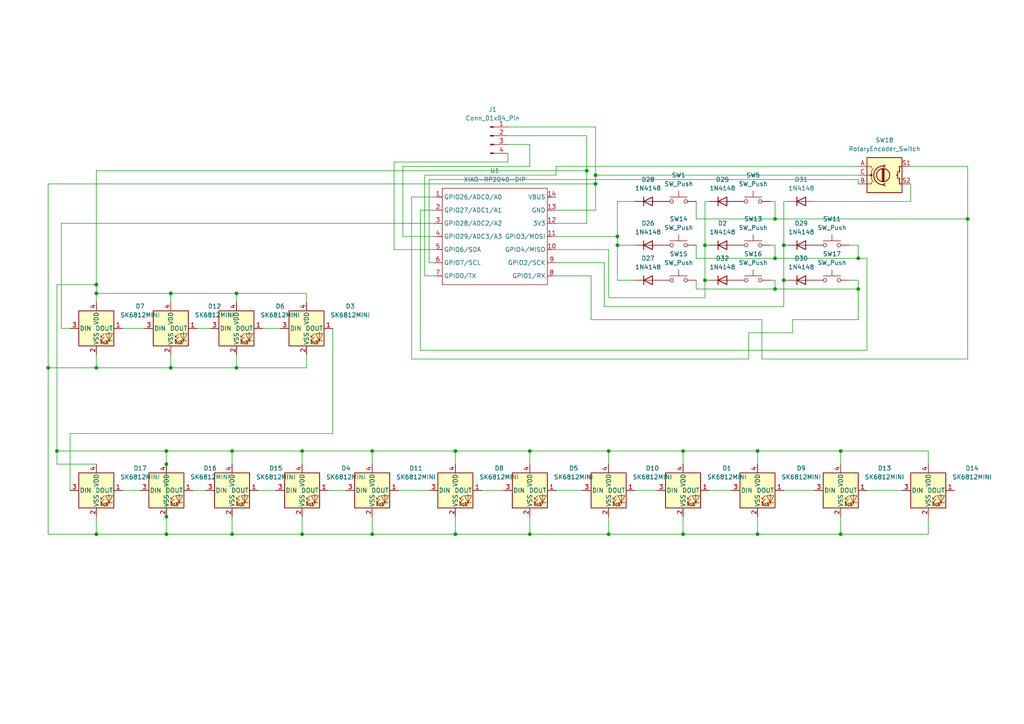
<source format=kicad_sch>
(kicad_sch
	(version 20250114)
	(generator "eeschema")
	(generator_version "9.0")
	(uuid "3b05dcbb-d32a-4e39-9a52-ecf732fcad92")
	(paper "A4")
	(lib_symbols
		(symbol "Connector:Conn_01x04_Pin"
			(pin_names
				(offset 1.016)
				(hide yes)
			)
			(exclude_from_sim no)
			(in_bom yes)
			(on_board yes)
			(property "Reference" "J"
				(at 0 5.08 0)
				(effects
					(font
						(size 1.27 1.27)
					)
				)
			)
			(property "Value" "Conn_01x04_Pin"
				(at 0 -7.62 0)
				(effects
					(font
						(size 1.27 1.27)
					)
				)
			)
			(property "Footprint" ""
				(at 0 0 0)
				(effects
					(font
						(size 1.27 1.27)
					)
					(hide yes)
				)
			)
			(property "Datasheet" "~"
				(at 0 0 0)
				(effects
					(font
						(size 1.27 1.27)
					)
					(hide yes)
				)
			)
			(property "Description" "Generic connector, single row, 01x04, script generated"
				(at 0 0 0)
				(effects
					(font
						(size 1.27 1.27)
					)
					(hide yes)
				)
			)
			(property "ki_locked" ""
				(at 0 0 0)
				(effects
					(font
						(size 1.27 1.27)
					)
				)
			)
			(property "ki_keywords" "connector"
				(at 0 0 0)
				(effects
					(font
						(size 1.27 1.27)
					)
					(hide yes)
				)
			)
			(property "ki_fp_filters" "Connector*:*_1x??_*"
				(at 0 0 0)
				(effects
					(font
						(size 1.27 1.27)
					)
					(hide yes)
				)
			)
			(symbol "Conn_01x04_Pin_1_1"
				(rectangle
					(start 0.8636 2.667)
					(end 0 2.413)
					(stroke
						(width 0.1524)
						(type default)
					)
					(fill
						(type outline)
					)
				)
				(rectangle
					(start 0.8636 0.127)
					(end 0 -0.127)
					(stroke
						(width 0.1524)
						(type default)
					)
					(fill
						(type outline)
					)
				)
				(rectangle
					(start 0.8636 -2.413)
					(end 0 -2.667)
					(stroke
						(width 0.1524)
						(type default)
					)
					(fill
						(type outline)
					)
				)
				(rectangle
					(start 0.8636 -4.953)
					(end 0 -5.207)
					(stroke
						(width 0.1524)
						(type default)
					)
					(fill
						(type outline)
					)
				)
				(polyline
					(pts
						(xy 1.27 2.54) (xy 0.8636 2.54)
					)
					(stroke
						(width 0.1524)
						(type default)
					)
					(fill
						(type none)
					)
				)
				(polyline
					(pts
						(xy 1.27 0) (xy 0.8636 0)
					)
					(stroke
						(width 0.1524)
						(type default)
					)
					(fill
						(type none)
					)
				)
				(polyline
					(pts
						(xy 1.27 -2.54) (xy 0.8636 -2.54)
					)
					(stroke
						(width 0.1524)
						(type default)
					)
					(fill
						(type none)
					)
				)
				(polyline
					(pts
						(xy 1.27 -5.08) (xy 0.8636 -5.08)
					)
					(stroke
						(width 0.1524)
						(type default)
					)
					(fill
						(type none)
					)
				)
				(pin passive line
					(at 5.08 2.54 180)
					(length 3.81)
					(name "Pin_1"
						(effects
							(font
								(size 1.27 1.27)
							)
						)
					)
					(number "1"
						(effects
							(font
								(size 1.27 1.27)
							)
						)
					)
				)
				(pin passive line
					(at 5.08 0 180)
					(length 3.81)
					(name "Pin_2"
						(effects
							(font
								(size 1.27 1.27)
							)
						)
					)
					(number "2"
						(effects
							(font
								(size 1.27 1.27)
							)
						)
					)
				)
				(pin passive line
					(at 5.08 -2.54 180)
					(length 3.81)
					(name "Pin_3"
						(effects
							(font
								(size 1.27 1.27)
							)
						)
					)
					(number "3"
						(effects
							(font
								(size 1.27 1.27)
							)
						)
					)
				)
				(pin passive line
					(at 5.08 -5.08 180)
					(length 3.81)
					(name "Pin_4"
						(effects
							(font
								(size 1.27 1.27)
							)
						)
					)
					(number "4"
						(effects
							(font
								(size 1.27 1.27)
							)
						)
					)
				)
			)
			(embedded_fonts no)
		)
		(symbol "Device:RotaryEncoder_Switch"
			(pin_names
				(offset 0.254)
				(hide yes)
			)
			(exclude_from_sim no)
			(in_bom yes)
			(on_board yes)
			(property "Reference" "SW"
				(at 0 6.604 0)
				(effects
					(font
						(size 1.27 1.27)
					)
				)
			)
			(property "Value" "RotaryEncoder_Switch"
				(at 0 -6.604 0)
				(effects
					(font
						(size 1.27 1.27)
					)
				)
			)
			(property "Footprint" ""
				(at -3.81 4.064 0)
				(effects
					(font
						(size 1.27 1.27)
					)
					(hide yes)
				)
			)
			(property "Datasheet" "~"
				(at 0 6.604 0)
				(effects
					(font
						(size 1.27 1.27)
					)
					(hide yes)
				)
			)
			(property "Description" "Rotary encoder, dual channel, incremental quadrate outputs, with switch"
				(at 0 0 0)
				(effects
					(font
						(size 1.27 1.27)
					)
					(hide yes)
				)
			)
			(property "ki_keywords" "rotary switch encoder switch push button"
				(at 0 0 0)
				(effects
					(font
						(size 1.27 1.27)
					)
					(hide yes)
				)
			)
			(property "ki_fp_filters" "RotaryEncoder*Switch*"
				(at 0 0 0)
				(effects
					(font
						(size 1.27 1.27)
					)
					(hide yes)
				)
			)
			(symbol "RotaryEncoder_Switch_0_1"
				(rectangle
					(start -5.08 5.08)
					(end 5.08 -5.08)
					(stroke
						(width 0.254)
						(type default)
					)
					(fill
						(type background)
					)
				)
				(polyline
					(pts
						(xy -5.08 2.54) (xy -3.81 2.54) (xy -3.81 2.032)
					)
					(stroke
						(width 0)
						(type default)
					)
					(fill
						(type none)
					)
				)
				(polyline
					(pts
						(xy -5.08 0) (xy -3.81 0) (xy -3.81 -1.016) (xy -3.302 -2.032)
					)
					(stroke
						(width 0)
						(type default)
					)
					(fill
						(type none)
					)
				)
				(polyline
					(pts
						(xy -5.08 -2.54) (xy -3.81 -2.54) (xy -3.81 -2.032)
					)
					(stroke
						(width 0)
						(type default)
					)
					(fill
						(type none)
					)
				)
				(polyline
					(pts
						(xy -4.318 0) (xy -3.81 0) (xy -3.81 1.016) (xy -3.302 2.032)
					)
					(stroke
						(width 0)
						(type default)
					)
					(fill
						(type none)
					)
				)
				(circle
					(center -3.81 0)
					(radius 0.254)
					(stroke
						(width 0)
						(type default)
					)
					(fill
						(type outline)
					)
				)
				(polyline
					(pts
						(xy -0.635 -1.778) (xy -0.635 1.778)
					)
					(stroke
						(width 0.254)
						(type default)
					)
					(fill
						(type none)
					)
				)
				(circle
					(center -0.381 0)
					(radius 1.905)
					(stroke
						(width 0.254)
						(type default)
					)
					(fill
						(type none)
					)
				)
				(polyline
					(pts
						(xy -0.381 -1.778) (xy -0.381 1.778)
					)
					(stroke
						(width 0.254)
						(type default)
					)
					(fill
						(type none)
					)
				)
				(arc
					(start -0.381 -2.794)
					(mid -3.0988 -0.0635)
					(end -0.381 2.667)
					(stroke
						(width 0.254)
						(type default)
					)
					(fill
						(type none)
					)
				)
				(polyline
					(pts
						(xy -0.127 1.778) (xy -0.127 -1.778)
					)
					(stroke
						(width 0.254)
						(type default)
					)
					(fill
						(type none)
					)
				)
				(polyline
					(pts
						(xy 0.254 2.921) (xy -0.508 2.667) (xy 0.127 2.286)
					)
					(stroke
						(width 0.254)
						(type default)
					)
					(fill
						(type none)
					)
				)
				(polyline
					(pts
						(xy 0.254 -3.048) (xy -0.508 -2.794) (xy 0.127 -2.413)
					)
					(stroke
						(width 0.254)
						(type default)
					)
					(fill
						(type none)
					)
				)
				(polyline
					(pts
						(xy 3.81 1.016) (xy 3.81 -1.016)
					)
					(stroke
						(width 0.254)
						(type default)
					)
					(fill
						(type none)
					)
				)
				(polyline
					(pts
						(xy 3.81 0) (xy 3.429 0)
					)
					(stroke
						(width 0.254)
						(type default)
					)
					(fill
						(type none)
					)
				)
				(circle
					(center 4.318 1.016)
					(radius 0.127)
					(stroke
						(width 0.254)
						(type default)
					)
					(fill
						(type none)
					)
				)
				(circle
					(center 4.318 -1.016)
					(radius 0.127)
					(stroke
						(width 0.254)
						(type default)
					)
					(fill
						(type none)
					)
				)
				(polyline
					(pts
						(xy 5.08 2.54) (xy 4.318 2.54) (xy 4.318 1.016)
					)
					(stroke
						(width 0.254)
						(type default)
					)
					(fill
						(type none)
					)
				)
				(polyline
					(pts
						(xy 5.08 -2.54) (xy 4.318 -2.54) (xy 4.318 -1.016)
					)
					(stroke
						(width 0.254)
						(type default)
					)
					(fill
						(type none)
					)
				)
			)
			(symbol "RotaryEncoder_Switch_1_1"
				(pin passive line
					(at -7.62 2.54 0)
					(length 2.54)
					(name "A"
						(effects
							(font
								(size 1.27 1.27)
							)
						)
					)
					(number "A"
						(effects
							(font
								(size 1.27 1.27)
							)
						)
					)
				)
				(pin passive line
					(at -7.62 0 0)
					(length 2.54)
					(name "C"
						(effects
							(font
								(size 1.27 1.27)
							)
						)
					)
					(number "C"
						(effects
							(font
								(size 1.27 1.27)
							)
						)
					)
				)
				(pin passive line
					(at -7.62 -2.54 0)
					(length 2.54)
					(name "B"
						(effects
							(font
								(size 1.27 1.27)
							)
						)
					)
					(number "B"
						(effects
							(font
								(size 1.27 1.27)
							)
						)
					)
				)
				(pin passive line
					(at 7.62 2.54 180)
					(length 2.54)
					(name "S1"
						(effects
							(font
								(size 1.27 1.27)
							)
						)
					)
					(number "S1"
						(effects
							(font
								(size 1.27 1.27)
							)
						)
					)
				)
				(pin passive line
					(at 7.62 -2.54 180)
					(length 2.54)
					(name "S2"
						(effects
							(font
								(size 1.27 1.27)
							)
						)
					)
					(number "S2"
						(effects
							(font
								(size 1.27 1.27)
							)
						)
					)
				)
			)
			(embedded_fonts no)
		)
		(symbol "Diode:1N4148"
			(pin_numbers
				(hide yes)
			)
			(pin_names
				(hide yes)
			)
			(exclude_from_sim no)
			(in_bom yes)
			(on_board yes)
			(property "Reference" "D"
				(at 0 2.54 0)
				(effects
					(font
						(size 1.27 1.27)
					)
				)
			)
			(property "Value" "1N4148"
				(at 0 -2.54 0)
				(effects
					(font
						(size 1.27 1.27)
					)
				)
			)
			(property "Footprint" "Diode_THT:D_DO-35_SOD27_P7.62mm_Horizontal"
				(at 0 0 0)
				(effects
					(font
						(size 1.27 1.27)
					)
					(hide yes)
				)
			)
			(property "Datasheet" "https://assets.nexperia.com/documents/data-sheet/1N4148_1N4448.pdf"
				(at 0 0 0)
				(effects
					(font
						(size 1.27 1.27)
					)
					(hide yes)
				)
			)
			(property "Description" "100V 0.15A standard switching diode, DO-35"
				(at 0 0 0)
				(effects
					(font
						(size 1.27 1.27)
					)
					(hide yes)
				)
			)
			(property "Sim.Device" "D"
				(at 0 0 0)
				(effects
					(font
						(size 1.27 1.27)
					)
					(hide yes)
				)
			)
			(property "Sim.Pins" "1=K 2=A"
				(at 0 0 0)
				(effects
					(font
						(size 1.27 1.27)
					)
					(hide yes)
				)
			)
			(property "ki_keywords" "diode"
				(at 0 0 0)
				(effects
					(font
						(size 1.27 1.27)
					)
					(hide yes)
				)
			)
			(property "ki_fp_filters" "D*DO?35*"
				(at 0 0 0)
				(effects
					(font
						(size 1.27 1.27)
					)
					(hide yes)
				)
			)
			(symbol "1N4148_0_1"
				(polyline
					(pts
						(xy -1.27 1.27) (xy -1.27 -1.27)
					)
					(stroke
						(width 0.254)
						(type default)
					)
					(fill
						(type none)
					)
				)
				(polyline
					(pts
						(xy 1.27 1.27) (xy 1.27 -1.27) (xy -1.27 0) (xy 1.27 1.27)
					)
					(stroke
						(width 0.254)
						(type default)
					)
					(fill
						(type none)
					)
				)
				(polyline
					(pts
						(xy 1.27 0) (xy -1.27 0)
					)
					(stroke
						(width 0)
						(type default)
					)
					(fill
						(type none)
					)
				)
			)
			(symbol "1N4148_1_1"
				(pin passive line
					(at -3.81 0 0)
					(length 2.54)
					(name "K"
						(effects
							(font
								(size 1.27 1.27)
							)
						)
					)
					(number "1"
						(effects
							(font
								(size 1.27 1.27)
							)
						)
					)
				)
				(pin passive line
					(at 3.81 0 180)
					(length 2.54)
					(name "A"
						(effects
							(font
								(size 1.27 1.27)
							)
						)
					)
					(number "2"
						(effects
							(font
								(size 1.27 1.27)
							)
						)
					)
				)
			)
			(embedded_fonts no)
		)
		(symbol "LED:SK6812MINI"
			(pin_names
				(offset 0.254)
			)
			(exclude_from_sim no)
			(in_bom yes)
			(on_board yes)
			(property "Reference" "D"
				(at 5.08 5.715 0)
				(effects
					(font
						(size 1.27 1.27)
					)
					(justify right bottom)
				)
			)
			(property "Value" "SK6812MINI"
				(at 1.27 -5.715 0)
				(effects
					(font
						(size 1.27 1.27)
					)
					(justify left top)
				)
			)
			(property "Footprint" "LED_SMD:LED_SK6812MINI_PLCC4_3.5x3.5mm_P1.75mm"
				(at 1.27 -7.62 0)
				(effects
					(font
						(size 1.27 1.27)
					)
					(justify left top)
					(hide yes)
				)
			)
			(property "Datasheet" "https://cdn-shop.adafruit.com/product-files/2686/SK6812MINI_REV.01-1-2.pdf"
				(at 2.54 -9.525 0)
				(effects
					(font
						(size 1.27 1.27)
					)
					(justify left top)
					(hide yes)
				)
			)
			(property "Description" "RGB LED with integrated controller"
				(at 0 0 0)
				(effects
					(font
						(size 1.27 1.27)
					)
					(hide yes)
				)
			)
			(property "ki_keywords" "RGB LED NeoPixel Mini addressable"
				(at 0 0 0)
				(effects
					(font
						(size 1.27 1.27)
					)
					(hide yes)
				)
			)
			(property "ki_fp_filters" "LED*SK6812MINI*PLCC*3.5x3.5mm*P1.75mm*"
				(at 0 0 0)
				(effects
					(font
						(size 1.27 1.27)
					)
					(hide yes)
				)
			)
			(symbol "SK6812MINI_0_0"
				(text "RGB"
					(at 2.286 -4.191 0)
					(effects
						(font
							(size 0.762 0.762)
						)
					)
				)
			)
			(symbol "SK6812MINI_0_1"
				(polyline
					(pts
						(xy 1.27 -2.54) (xy 1.778 -2.54)
					)
					(stroke
						(width 0)
						(type default)
					)
					(fill
						(type none)
					)
				)
				(polyline
					(pts
						(xy 1.27 -3.556) (xy 1.778 -3.556)
					)
					(stroke
						(width 0)
						(type default)
					)
					(fill
						(type none)
					)
				)
				(polyline
					(pts
						(xy 2.286 -1.524) (xy 1.27 -2.54) (xy 1.27 -2.032)
					)
					(stroke
						(width 0)
						(type default)
					)
					(fill
						(type none)
					)
				)
				(polyline
					(pts
						(xy 2.286 -2.54) (xy 1.27 -3.556) (xy 1.27 -3.048)
					)
					(stroke
						(width 0)
						(type default)
					)
					(fill
						(type none)
					)
				)
				(polyline
					(pts
						(xy 3.683 -1.016) (xy 3.683 -3.556) (xy 3.683 -4.064)
					)
					(stroke
						(width 0)
						(type default)
					)
					(fill
						(type none)
					)
				)
				(polyline
					(pts
						(xy 4.699 -1.524) (xy 2.667 -1.524) (xy 3.683 -3.556) (xy 4.699 -1.524)
					)
					(stroke
						(width 0)
						(type default)
					)
					(fill
						(type none)
					)
				)
				(polyline
					(pts
						(xy 4.699 -3.556) (xy 2.667 -3.556)
					)
					(stroke
						(width 0)
						(type default)
					)
					(fill
						(type none)
					)
				)
				(rectangle
					(start 5.08 5.08)
					(end -5.08 -5.08)
					(stroke
						(width 0.254)
						(type default)
					)
					(fill
						(type background)
					)
				)
			)
			(symbol "SK6812MINI_1_1"
				(pin input line
					(at -7.62 0 0)
					(length 2.54)
					(name "DIN"
						(effects
							(font
								(size 1.27 1.27)
							)
						)
					)
					(number "3"
						(effects
							(font
								(size 1.27 1.27)
							)
						)
					)
				)
				(pin power_in line
					(at 0 7.62 270)
					(length 2.54)
					(name "VDD"
						(effects
							(font
								(size 1.27 1.27)
							)
						)
					)
					(number "4"
						(effects
							(font
								(size 1.27 1.27)
							)
						)
					)
				)
				(pin power_in line
					(at 0 -7.62 90)
					(length 2.54)
					(name "VSS"
						(effects
							(font
								(size 1.27 1.27)
							)
						)
					)
					(number "2"
						(effects
							(font
								(size 1.27 1.27)
							)
						)
					)
				)
				(pin output line
					(at 7.62 0 180)
					(length 2.54)
					(name "DOUT"
						(effects
							(font
								(size 1.27 1.27)
							)
						)
					)
					(number "1"
						(effects
							(font
								(size 1.27 1.27)
							)
						)
					)
				)
			)
			(embedded_fonts no)
		)
		(symbol "Seeed_Studio_XIAO_Series:XIAO-RP2040-DIP"
			(exclude_from_sim no)
			(in_bom yes)
			(on_board yes)
			(property "Reference" "U"
				(at 0 0 0)
				(effects
					(font
						(size 1.27 1.27)
					)
				)
			)
			(property "Value" "XIAO-RP2040-DIP"
				(at 5.334 -1.778 0)
				(effects
					(font
						(size 1.27 1.27)
					)
				)
			)
			(property "Footprint" "Module:MOUDLE14P-XIAO-DIP-SMD"
				(at 14.478 -32.258 0)
				(effects
					(font
						(size 1.27 1.27)
					)
					(hide yes)
				)
			)
			(property "Datasheet" ""
				(at 0 0 0)
				(effects
					(font
						(size 1.27 1.27)
					)
					(hide yes)
				)
			)
			(property "Description" ""
				(at 0 0 0)
				(effects
					(font
						(size 1.27 1.27)
					)
					(hide yes)
				)
			)
			(symbol "XIAO-RP2040-DIP_1_0"
				(polyline
					(pts
						(xy -1.27 -2.54) (xy 29.21 -2.54)
					)
					(stroke
						(width 0.1524)
						(type solid)
					)
					(fill
						(type none)
					)
				)
				(polyline
					(pts
						(xy -1.27 -5.08) (xy -2.54 -5.08)
					)
					(stroke
						(width 0.1524)
						(type solid)
					)
					(fill
						(type none)
					)
				)
				(polyline
					(pts
						(xy -1.27 -5.08) (xy -1.27 -2.54)
					)
					(stroke
						(width 0.1524)
						(type solid)
					)
					(fill
						(type none)
					)
				)
				(polyline
					(pts
						(xy -1.27 -8.89) (xy -2.54 -8.89)
					)
					(stroke
						(width 0.1524)
						(type solid)
					)
					(fill
						(type none)
					)
				)
				(polyline
					(pts
						(xy -1.27 -8.89) (xy -1.27 -5.08)
					)
					(stroke
						(width 0.1524)
						(type solid)
					)
					(fill
						(type none)
					)
				)
				(polyline
					(pts
						(xy -1.27 -12.7) (xy -2.54 -12.7)
					)
					(stroke
						(width 0.1524)
						(type solid)
					)
					(fill
						(type none)
					)
				)
				(polyline
					(pts
						(xy -1.27 -12.7) (xy -1.27 -8.89)
					)
					(stroke
						(width 0.1524)
						(type solid)
					)
					(fill
						(type none)
					)
				)
				(polyline
					(pts
						(xy -1.27 -16.51) (xy -2.54 -16.51)
					)
					(stroke
						(width 0.1524)
						(type solid)
					)
					(fill
						(type none)
					)
				)
				(polyline
					(pts
						(xy -1.27 -16.51) (xy -1.27 -12.7)
					)
					(stroke
						(width 0.1524)
						(type solid)
					)
					(fill
						(type none)
					)
				)
				(polyline
					(pts
						(xy -1.27 -20.32) (xy -2.54 -20.32)
					)
					(stroke
						(width 0.1524)
						(type solid)
					)
					(fill
						(type none)
					)
				)
				(polyline
					(pts
						(xy -1.27 -24.13) (xy -2.54 -24.13)
					)
					(stroke
						(width 0.1524)
						(type solid)
					)
					(fill
						(type none)
					)
				)
				(polyline
					(pts
						(xy -1.27 -27.94) (xy -2.54 -27.94)
					)
					(stroke
						(width 0.1524)
						(type solid)
					)
					(fill
						(type none)
					)
				)
				(polyline
					(pts
						(xy -1.27 -30.48) (xy -1.27 -16.51)
					)
					(stroke
						(width 0.1524)
						(type solid)
					)
					(fill
						(type none)
					)
				)
				(polyline
					(pts
						(xy 29.21 -2.54) (xy 29.21 -5.08)
					)
					(stroke
						(width 0.1524)
						(type solid)
					)
					(fill
						(type none)
					)
				)
				(polyline
					(pts
						(xy 29.21 -5.08) (xy 29.21 -8.89)
					)
					(stroke
						(width 0.1524)
						(type solid)
					)
					(fill
						(type none)
					)
				)
				(polyline
					(pts
						(xy 29.21 -8.89) (xy 29.21 -12.7)
					)
					(stroke
						(width 0.1524)
						(type solid)
					)
					(fill
						(type none)
					)
				)
				(polyline
					(pts
						(xy 29.21 -12.7) (xy 29.21 -30.48)
					)
					(stroke
						(width 0.1524)
						(type solid)
					)
					(fill
						(type none)
					)
				)
				(polyline
					(pts
						(xy 29.21 -30.48) (xy -1.27 -30.48)
					)
					(stroke
						(width 0.1524)
						(type solid)
					)
					(fill
						(type none)
					)
				)
				(polyline
					(pts
						(xy 30.48 -5.08) (xy 29.21 -5.08)
					)
					(stroke
						(width 0.1524)
						(type solid)
					)
					(fill
						(type none)
					)
				)
				(polyline
					(pts
						(xy 30.48 -8.89) (xy 29.21 -8.89)
					)
					(stroke
						(width 0.1524)
						(type solid)
					)
					(fill
						(type none)
					)
				)
				(polyline
					(pts
						(xy 30.48 -12.7) (xy 29.21 -12.7)
					)
					(stroke
						(width 0.1524)
						(type solid)
					)
					(fill
						(type none)
					)
				)
				(polyline
					(pts
						(xy 30.48 -16.51) (xy 29.21 -16.51)
					)
					(stroke
						(width 0.1524)
						(type solid)
					)
					(fill
						(type none)
					)
				)
				(polyline
					(pts
						(xy 30.48 -20.32) (xy 29.21 -20.32)
					)
					(stroke
						(width 0.1524)
						(type solid)
					)
					(fill
						(type none)
					)
				)
				(polyline
					(pts
						(xy 30.48 -24.13) (xy 29.21 -24.13)
					)
					(stroke
						(width 0.1524)
						(type solid)
					)
					(fill
						(type none)
					)
				)
				(polyline
					(pts
						(xy 30.48 -27.94) (xy 29.21 -27.94)
					)
					(stroke
						(width 0.1524)
						(type solid)
					)
					(fill
						(type none)
					)
				)
				(pin passive line
					(at -3.81 -5.08 0)
					(length 2.54)
					(name "GPIO26/ADC0/A0"
						(effects
							(font
								(size 1.27 1.27)
							)
						)
					)
					(number "1"
						(effects
							(font
								(size 1.27 1.27)
							)
						)
					)
				)
				(pin passive line
					(at -3.81 -8.89 0)
					(length 2.54)
					(name "GPIO27/ADC1/A1"
						(effects
							(font
								(size 1.27 1.27)
							)
						)
					)
					(number "2"
						(effects
							(font
								(size 1.27 1.27)
							)
						)
					)
				)
				(pin passive line
					(at -3.81 -12.7 0)
					(length 2.54)
					(name "GPIO28/ADC2/A2"
						(effects
							(font
								(size 1.27 1.27)
							)
						)
					)
					(number "3"
						(effects
							(font
								(size 1.27 1.27)
							)
						)
					)
				)
				(pin passive line
					(at -3.81 -16.51 0)
					(length 2.54)
					(name "GPIO29/ADC3/A3"
						(effects
							(font
								(size 1.27 1.27)
							)
						)
					)
					(number "4"
						(effects
							(font
								(size 1.27 1.27)
							)
						)
					)
				)
				(pin passive line
					(at -3.81 -20.32 0)
					(length 2.54)
					(name "GPIO6/SDA"
						(effects
							(font
								(size 1.27 1.27)
							)
						)
					)
					(number "5"
						(effects
							(font
								(size 1.27 1.27)
							)
						)
					)
				)
				(pin passive line
					(at -3.81 -24.13 0)
					(length 2.54)
					(name "GPIO7/SCL"
						(effects
							(font
								(size 1.27 1.27)
							)
						)
					)
					(number "6"
						(effects
							(font
								(size 1.27 1.27)
							)
						)
					)
				)
				(pin passive line
					(at -3.81 -27.94 0)
					(length 2.54)
					(name "GPIO0/TX"
						(effects
							(font
								(size 1.27 1.27)
							)
						)
					)
					(number "7"
						(effects
							(font
								(size 1.27 1.27)
							)
						)
					)
				)
				(pin passive line
					(at 31.75 -5.08 180)
					(length 2.54)
					(name "VBUS"
						(effects
							(font
								(size 1.27 1.27)
							)
						)
					)
					(number "14"
						(effects
							(font
								(size 1.27 1.27)
							)
						)
					)
				)
				(pin passive line
					(at 31.75 -8.89 180)
					(length 2.54)
					(name "GND"
						(effects
							(font
								(size 1.27 1.27)
							)
						)
					)
					(number "13"
						(effects
							(font
								(size 1.27 1.27)
							)
						)
					)
				)
				(pin passive line
					(at 31.75 -12.7 180)
					(length 2.54)
					(name "3V3"
						(effects
							(font
								(size 1.27 1.27)
							)
						)
					)
					(number "12"
						(effects
							(font
								(size 1.27 1.27)
							)
						)
					)
				)
				(pin passive line
					(at 31.75 -16.51 180)
					(length 2.54)
					(name "GPIO3/MOSI"
						(effects
							(font
								(size 1.27 1.27)
							)
						)
					)
					(number "11"
						(effects
							(font
								(size 1.27 1.27)
							)
						)
					)
				)
				(pin passive line
					(at 31.75 -20.32 180)
					(length 2.54)
					(name "GPIO4/MISO"
						(effects
							(font
								(size 1.27 1.27)
							)
						)
					)
					(number "10"
						(effects
							(font
								(size 1.27 1.27)
							)
						)
					)
				)
				(pin passive line
					(at 31.75 -24.13 180)
					(length 2.54)
					(name "GPIO2/SCK"
						(effects
							(font
								(size 1.27 1.27)
							)
						)
					)
					(number "9"
						(effects
							(font
								(size 1.27 1.27)
							)
						)
					)
				)
				(pin passive line
					(at 31.75 -27.94 180)
					(length 2.54)
					(name "GPIO1/RX"
						(effects
							(font
								(size 1.27 1.27)
							)
						)
					)
					(number "8"
						(effects
							(font
								(size 1.27 1.27)
							)
						)
					)
				)
			)
			(embedded_fonts no)
		)
		(symbol "Switch:SW_Push"
			(pin_numbers
				(hide yes)
			)
			(pin_names
				(offset 1.016)
				(hide yes)
			)
			(exclude_from_sim no)
			(in_bom yes)
			(on_board yes)
			(property "Reference" "SW"
				(at 1.27 2.54 0)
				(effects
					(font
						(size 1.27 1.27)
					)
					(justify left)
				)
			)
			(property "Value" "SW_Push"
				(at 0 -1.524 0)
				(effects
					(font
						(size 1.27 1.27)
					)
				)
			)
			(property "Footprint" ""
				(at 0 5.08 0)
				(effects
					(font
						(size 1.27 1.27)
					)
					(hide yes)
				)
			)
			(property "Datasheet" "~"
				(at 0 5.08 0)
				(effects
					(font
						(size 1.27 1.27)
					)
					(hide yes)
				)
			)
			(property "Description" "Push button switch, generic, two pins"
				(at 0 0 0)
				(effects
					(font
						(size 1.27 1.27)
					)
					(hide yes)
				)
			)
			(property "ki_keywords" "switch normally-open pushbutton push-button"
				(at 0 0 0)
				(effects
					(font
						(size 1.27 1.27)
					)
					(hide yes)
				)
			)
			(symbol "SW_Push_0_1"
				(circle
					(center -2.032 0)
					(radius 0.508)
					(stroke
						(width 0)
						(type default)
					)
					(fill
						(type none)
					)
				)
				(polyline
					(pts
						(xy 0 1.27) (xy 0 3.048)
					)
					(stroke
						(width 0)
						(type default)
					)
					(fill
						(type none)
					)
				)
				(circle
					(center 2.032 0)
					(radius 0.508)
					(stroke
						(width 0)
						(type default)
					)
					(fill
						(type none)
					)
				)
				(polyline
					(pts
						(xy 2.54 1.27) (xy -2.54 1.27)
					)
					(stroke
						(width 0)
						(type default)
					)
					(fill
						(type none)
					)
				)
				(pin passive line
					(at -5.08 0 0)
					(length 2.54)
					(name "1"
						(effects
							(font
								(size 1.27 1.27)
							)
						)
					)
					(number "1"
						(effects
							(font
								(size 1.27 1.27)
							)
						)
					)
				)
				(pin passive line
					(at 5.08 0 180)
					(length 2.54)
					(name "2"
						(effects
							(font
								(size 1.27 1.27)
							)
						)
					)
					(number "2"
						(effects
							(font
								(size 1.27 1.27)
							)
						)
					)
				)
			)
			(embedded_fonts no)
		)
	)
	(junction
		(at 68.58 106.68)
		(diameter 0)
		(color 0 0 0 0)
		(uuid "083711c7-096a-4708-9d5d-ed2caf7ee11c")
	)
	(junction
		(at 87.63 130.81)
		(diameter 0)
		(color 0 0 0 0)
		(uuid "09bc382e-c37d-4d13-ac56-8af8e7c140a5")
	)
	(junction
		(at 172.72 50.8)
		(diameter 0)
		(color 0 0 0 0)
		(uuid "1576fa39-aa77-4d29-9ac5-6c9323e09ce2")
	)
	(junction
		(at 219.71 130.81)
		(diameter 0)
		(color 0 0 0 0)
		(uuid "165c6180-3db2-4ec6-a010-073b0982fc56")
	)
	(junction
		(at 172.72 53.34)
		(diameter 0)
		(color 0 0 0 0)
		(uuid "1c812f75-17c3-47f8-aa04-269e9ddc9091")
	)
	(junction
		(at 49.53 106.68)
		(diameter 0)
		(color 0 0 0 0)
		(uuid "2bc91f53-7e09-4a62-a234-8a41e86be4e5")
	)
	(junction
		(at 243.84 154.94)
		(diameter 0)
		(color 0 0 0 0)
		(uuid "2c164692-a656-421d-accf-c8d52e65c26e")
	)
	(junction
		(at 179.07 71.12)
		(diameter 0)
		(color 0 0 0 0)
		(uuid "353179a4-4869-4201-8fa1-d1fe42ea501d")
	)
	(junction
		(at 176.53 130.81)
		(diameter 0)
		(color 0 0 0 0)
		(uuid "3af250ac-8f06-426f-bb22-f7275853be85")
	)
	(junction
		(at 204.47 81.28)
		(diameter 0)
		(color 0 0 0 0)
		(uuid "4c5ac317-5309-45d0-84c9-20836ec9ab81")
	)
	(junction
		(at 224.79 83.82)
		(diameter 0)
		(color 0 0 0 0)
		(uuid "56eca1d9-854c-4816-8e3a-aa98d7d61fb6")
	)
	(junction
		(at 224.79 63.5)
		(diameter 0)
		(color 0 0 0 0)
		(uuid "5ccd8c50-3e63-4258-b6aa-f702e45640f9")
	)
	(junction
		(at 27.94 154.94)
		(diameter 0)
		(color 0 0 0 0)
		(uuid "5e7834ec-ae4f-4ac2-bad2-09581c666dd3")
	)
	(junction
		(at 67.31 154.94)
		(diameter 0)
		(color 0 0 0 0)
		(uuid "5fd5d0d5-9045-457d-8c06-5da5d275130b")
	)
	(junction
		(at 280.67 63.5)
		(diameter 0)
		(color 0 0 0 0)
		(uuid "60db0fed-af3b-488b-8040-a776f970c21b")
	)
	(junction
		(at 49.53 85.09)
		(diameter 0)
		(color 0 0 0 0)
		(uuid "63e576ac-b76b-4dc2-a67a-e35fdde454e5")
	)
	(junction
		(at 219.71 154.94)
		(diameter 0)
		(color 0 0 0 0)
		(uuid "695b825b-489b-44f4-9e0b-fa8435f8f600")
	)
	(junction
		(at 107.95 154.94)
		(diameter 0)
		(color 0 0 0 0)
		(uuid "6e7acf78-d7b0-4dd9-8a72-0c758c8679af")
	)
	(junction
		(at 224.79 74.93)
		(diameter 0)
		(color 0 0 0 0)
		(uuid "6f3dee9a-0671-404f-ae2b-e09ffc6be78c")
	)
	(junction
		(at 176.53 154.94)
		(diameter 0)
		(color 0 0 0 0)
		(uuid "7239d0db-0bb3-4a14-a65e-ff27db5568b2")
	)
	(junction
		(at 243.84 130.81)
		(diameter 0)
		(color 0 0 0 0)
		(uuid "724200ec-8ec6-470c-93ca-dfad75a365bc")
	)
	(junction
		(at 68.58 85.09)
		(diameter 0)
		(color 0 0 0 0)
		(uuid "840045b8-e2c1-41ad-9b3b-fa6131342f26")
	)
	(junction
		(at 107.95 130.81)
		(diameter 0)
		(color 0 0 0 0)
		(uuid "85fc9efe-533c-48bc-84b3-a49fb8d42bbb")
	)
	(junction
		(at 179.07 68.58)
		(diameter 0)
		(color 0 0 0 0)
		(uuid "875d66b2-2b42-46c2-a634-6c58822d9d6a")
	)
	(junction
		(at 87.63 154.94)
		(diameter 0)
		(color 0 0 0 0)
		(uuid "89e80bc8-2cc9-49e9-8a6d-646a5961fc25")
	)
	(junction
		(at 27.94 85.09)
		(diameter 0)
		(color 0 0 0 0)
		(uuid "8d88d299-e93e-43c7-b667-a002fe703724")
	)
	(junction
		(at 248.92 83.82)
		(diameter 0)
		(color 0 0 0 0)
		(uuid "8eb2d117-222c-4a73-b92d-74b247e76a73")
	)
	(junction
		(at 48.26 149.86)
		(diameter 0)
		(color 0 0 0 0)
		(uuid "97ee3824-d3d0-4db4-bc73-1b8e26fbfad9")
	)
	(junction
		(at 16.51 130.81)
		(diameter 0)
		(color 0 0 0 0)
		(uuid "9dab996e-67c6-404e-a157-db3639520e2a")
	)
	(junction
		(at 27.94 106.68)
		(diameter 0)
		(color 0 0 0 0)
		(uuid "a4edc250-5311-4710-be42-d48fe5b66fcc")
	)
	(junction
		(at 67.31 130.81)
		(diameter 0)
		(color 0 0 0 0)
		(uuid "af25d225-8d26-4581-b204-71e997228503")
	)
	(junction
		(at 227.33 71.12)
		(diameter 0)
		(color 0 0 0 0)
		(uuid "af305d0b-1907-42f4-a248-f278f012b0ac")
	)
	(junction
		(at 170.18 49.53)
		(diameter 0)
		(color 0 0 0 0)
		(uuid "b1a0a4c5-201c-4105-a127-d2f8737b5073")
	)
	(junction
		(at 153.67 154.94)
		(diameter 0)
		(color 0 0 0 0)
		(uuid "b2bbb5b1-0940-4e4b-9c7f-30aea81fac8a")
	)
	(junction
		(at 198.12 130.81)
		(diameter 0)
		(color 0 0 0 0)
		(uuid "b490c9b1-b5f1-47c2-b9c2-43fb9398acc0")
	)
	(junction
		(at 27.94 82.55)
		(diameter 0)
		(color 0 0 0 0)
		(uuid "b6fb6f4e-0ddc-495d-9de3-5f8cec51dd1c")
	)
	(junction
		(at 248.92 74.93)
		(diameter 0)
		(color 0 0 0 0)
		(uuid "b9917784-c0ad-4de5-97b5-b2dcf9750355")
	)
	(junction
		(at 153.67 130.81)
		(diameter 0)
		(color 0 0 0 0)
		(uuid "c09a27f5-623b-401c-a150-f3aa3992438b")
	)
	(junction
		(at 204.47 71.12)
		(diameter 0)
		(color 0 0 0 0)
		(uuid "c1b1742d-85af-47d9-aa40-363a3dba407e")
	)
	(junction
		(at 227.33 81.28)
		(diameter 0)
		(color 0 0 0 0)
		(uuid "c5b9f94e-6a7a-4e93-bb5a-2c48d8fa91be")
	)
	(junction
		(at 48.26 134.62)
		(diameter 0)
		(color 0 0 0 0)
		(uuid "cd781b69-c7b2-47ea-8d47-e5aabeae4a3a")
	)
	(junction
		(at 48.26 154.94)
		(diameter 0)
		(color 0 0 0 0)
		(uuid "cddcd495-6ec4-4401-b666-44fb3dd5408f")
	)
	(junction
		(at 13.97 106.68)
		(diameter 0)
		(color 0 0 0 0)
		(uuid "d2fafc4f-4ab1-42f9-bdca-a0c83df2b6bb")
	)
	(junction
		(at 48.26 130.81)
		(diameter 0)
		(color 0 0 0 0)
		(uuid "d7808d87-c330-4837-8465-dd80a5c68d04")
	)
	(junction
		(at 132.08 130.81)
		(diameter 0)
		(color 0 0 0 0)
		(uuid "d7f87f5f-2cf7-47e3-b216-bf77f692d7b8")
	)
	(junction
		(at 132.08 154.94)
		(diameter 0)
		(color 0 0 0 0)
		(uuid "dd499712-ec10-4e22-9430-f60b8f884c0e")
	)
	(junction
		(at 198.12 154.94)
		(diameter 0)
		(color 0 0 0 0)
		(uuid "fa6dc166-3574-494b-adcb-f8a4edd443cf")
	)
	(wire
		(pts
			(xy 124.46 52.07) (xy 248.92 52.07)
		)
		(stroke
			(width 0)
			(type default)
		)
		(uuid "00d9b8b0-9ce0-49e4-841b-b46906bd8959")
	)
	(wire
		(pts
			(xy 184.15 142.24) (xy 190.5 142.24)
		)
		(stroke
			(width 0)
			(type default)
		)
		(uuid "0114595e-2fd7-411f-9bce-9e5bbc6aa809")
	)
	(wire
		(pts
			(xy 171.45 92.71) (xy 171.45 80.01)
		)
		(stroke
			(width 0)
			(type default)
		)
		(uuid "01161c52-c918-4ed3-8409-e8df7129a5a5")
	)
	(wire
		(pts
			(xy 264.16 58.42) (xy 264.16 53.34)
		)
		(stroke
			(width 0)
			(type default)
		)
		(uuid "036ae5a4-f928-4044-a89c-bcc79a789409")
	)
	(wire
		(pts
			(xy 170.18 64.77) (xy 161.29 64.77)
		)
		(stroke
			(width 0)
			(type default)
		)
		(uuid "042f3484-842e-4355-a488-ecf7d19f6504")
	)
	(wire
		(pts
			(xy 170.18 39.37) (xy 170.18 49.53)
		)
		(stroke
			(width 0)
			(type default)
		)
		(uuid "050055fc-efdc-477f-92e5-7f63229a7dbd")
	)
	(wire
		(pts
			(xy 227.33 88.9) (xy 175.26 88.9)
		)
		(stroke
			(width 0)
			(type default)
		)
		(uuid "06c3c178-9ef2-4a0a-915a-09f9401499d6")
	)
	(wire
		(pts
			(xy 184.15 58.42) (xy 179.07 58.42)
		)
		(stroke
			(width 0)
			(type default)
		)
		(uuid "07c32eb1-6d73-4f1f-87a8-2bb730ee51b4")
	)
	(wire
		(pts
			(xy 132.08 154.94) (xy 153.67 154.94)
		)
		(stroke
			(width 0)
			(type default)
		)
		(uuid "0b40ff90-47cf-4a29-a821-35f2516f0365")
	)
	(wire
		(pts
			(xy 176.53 86.36) (xy 204.47 86.36)
		)
		(stroke
			(width 0)
			(type default)
		)
		(uuid "0e75c691-7d9a-4eca-888b-6f770bb9cd47")
	)
	(wire
		(pts
			(xy 13.97 106.68) (xy 13.97 154.94)
		)
		(stroke
			(width 0)
			(type default)
		)
		(uuid "0fdef2e4-0948-4809-b197-495d9ddbd78e")
	)
	(wire
		(pts
			(xy 153.67 41.91) (xy 153.67 48.26)
		)
		(stroke
			(width 0)
			(type default)
		)
		(uuid "106d2613-6385-4fd5-a524-b0d2ef9d6027")
	)
	(wire
		(pts
			(xy 20.32 125.73) (xy 20.32 142.24)
		)
		(stroke
			(width 0)
			(type default)
		)
		(uuid "10bded4d-c5b7-47b7-90a1-a1ee17552a0e")
	)
	(wire
		(pts
			(xy 153.67 154.94) (xy 153.67 149.86)
		)
		(stroke
			(width 0)
			(type default)
		)
		(uuid "131547ca-fc54-4440-a5c1-fe8b52b9aaf4")
	)
	(wire
		(pts
			(xy 87.63 154.94) (xy 87.63 149.86)
		)
		(stroke
			(width 0)
			(type default)
		)
		(uuid "133bd18a-8de5-48bc-b4dd-9346f0a4fb58")
	)
	(wire
		(pts
			(xy 48.26 130.81) (xy 48.26 134.62)
		)
		(stroke
			(width 0)
			(type default)
		)
		(uuid "1475c043-613a-4a85-82db-b4a94aff7f28")
	)
	(wire
		(pts
			(xy 107.95 130.81) (xy 107.95 134.62)
		)
		(stroke
			(width 0)
			(type default)
		)
		(uuid "15fb9cfa-9850-4443-a31d-7a6a98d2ac67")
	)
	(wire
		(pts
			(xy 248.92 74.93) (xy 251.46 74.93)
		)
		(stroke
			(width 0)
			(type default)
		)
		(uuid "164d71ad-aafc-4126-a831-c1abb49a61fa")
	)
	(wire
		(pts
			(xy 27.94 49.53) (xy 27.94 82.55)
		)
		(stroke
			(width 0)
			(type default)
		)
		(uuid "16a79d71-648f-422a-acd4-431fa84e706b")
	)
	(wire
		(pts
			(xy 198.12 154.94) (xy 198.12 149.86)
		)
		(stroke
			(width 0)
			(type default)
		)
		(uuid "175353c9-4ea7-4ecd-a8f2-0694ebe6c633")
	)
	(wire
		(pts
			(xy 48.26 134.62) (xy 48.26 149.86)
		)
		(stroke
			(width 0)
			(type default)
		)
		(uuid "18a2f330-6b5b-44f8-a4a4-f0d6cae7a7de")
	)
	(wire
		(pts
			(xy 224.79 83.82) (xy 248.92 83.82)
		)
		(stroke
			(width 0)
			(type default)
		)
		(uuid "1ae79b5b-ae1f-4cc7-8596-5073c8bf62bb")
	)
	(wire
		(pts
			(xy 217.17 104.14) (xy 217.17 96.52)
		)
		(stroke
			(width 0)
			(type default)
		)
		(uuid "1be1ee49-2034-4a1e-b902-315f4256f82c")
	)
	(wire
		(pts
			(xy 68.58 106.68) (xy 88.9 106.68)
		)
		(stroke
			(width 0)
			(type default)
		)
		(uuid "1f4a1894-00f8-4ceb-ab98-5fb04f89d87a")
	)
	(wire
		(pts
			(xy 76.2 95.25) (xy 81.28 95.25)
		)
		(stroke
			(width 0)
			(type default)
		)
		(uuid "20eb45c1-5636-45bd-b3f3-96af6ad320b6")
	)
	(wire
		(pts
			(xy 269.24 130.81) (xy 269.24 134.62)
		)
		(stroke
			(width 0)
			(type default)
		)
		(uuid "21c4bdd7-fa5f-43d7-a2c3-17923ec15360")
	)
	(wire
		(pts
			(xy 147.32 46.99) (xy 114.3 46.99)
		)
		(stroke
			(width 0)
			(type default)
		)
		(uuid "23fb9b01-46a5-4abb-8c94-00fb756db33c")
	)
	(wire
		(pts
			(xy 201.93 74.93) (xy 224.79 74.93)
		)
		(stroke
			(width 0)
			(type default)
		)
		(uuid "24017444-dc6a-42c0-aa1f-3f08d0686d82")
	)
	(wire
		(pts
			(xy 179.07 58.42) (xy 179.07 68.58)
		)
		(stroke
			(width 0)
			(type default)
		)
		(uuid "251f20a8-1e5c-4b6c-9e44-9389a08991b9")
	)
	(wire
		(pts
			(xy 49.53 106.68) (xy 49.53 102.87)
		)
		(stroke
			(width 0)
			(type default)
		)
		(uuid "2531ebb2-73d1-4636-9c8c-5706fada9133")
	)
	(wire
		(pts
			(xy 248.92 83.82) (xy 248.92 92.71)
		)
		(stroke
			(width 0)
			(type default)
		)
		(uuid "26beebba-424c-41f4-a288-d7918279b1ab")
	)
	(wire
		(pts
			(xy 132.08 130.81) (xy 107.95 130.81)
		)
		(stroke
			(width 0)
			(type default)
		)
		(uuid "278dba1c-c271-4dd8-a871-fe29d16f6047")
	)
	(wire
		(pts
			(xy 132.08 130.81) (xy 153.67 130.81)
		)
		(stroke
			(width 0)
			(type default)
		)
		(uuid "2847f029-e15a-4e80-bbfa-47fd82d56c29")
	)
	(wire
		(pts
			(xy 229.87 96.52) (xy 229.87 92.71)
		)
		(stroke
			(width 0)
			(type default)
		)
		(uuid "29a2ed40-2579-4391-917f-069c6974afa0")
	)
	(wire
		(pts
			(xy 87.63 130.81) (xy 107.95 130.81)
		)
		(stroke
			(width 0)
			(type default)
		)
		(uuid "2b925802-2b4f-4102-b90c-2c8167cd820d")
	)
	(wire
		(pts
			(xy 68.58 85.09) (xy 88.9 85.09)
		)
		(stroke
			(width 0)
			(type default)
		)
		(uuid "2e507dff-5878-4a43-84b8-e04d5c89acd9")
	)
	(wire
		(pts
			(xy 153.67 130.81) (xy 176.53 130.81)
		)
		(stroke
			(width 0)
			(type default)
		)
		(uuid "2ed64280-8839-4445-b753-567a5ba9710c")
	)
	(wire
		(pts
			(xy 161.29 142.24) (xy 168.91 142.24)
		)
		(stroke
			(width 0)
			(type default)
		)
		(uuid "32591084-49fe-41aa-9e01-2afe53faaf83")
	)
	(wire
		(pts
			(xy 248.92 48.26) (xy 161.29 48.26)
		)
		(stroke
			(width 0)
			(type default)
		)
		(uuid "326396aa-966d-4f73-b343-eb595c3ef3ef")
	)
	(wire
		(pts
			(xy 184.15 81.28) (xy 179.07 81.28)
		)
		(stroke
			(width 0)
			(type default)
		)
		(uuid "34920651-7b33-4af4-8aa1-5a2b70dff792")
	)
	(wire
		(pts
			(xy 171.45 80.01) (xy 161.29 80.01)
		)
		(stroke
			(width 0)
			(type default)
		)
		(uuid "358fe647-5300-46eb-97e8-b4d84bb5c02f")
	)
	(wire
		(pts
			(xy 67.31 130.81) (xy 48.26 130.81)
		)
		(stroke
			(width 0)
			(type default)
		)
		(uuid "366f44cc-9748-4f48-9641-ef273808fdf8")
	)
	(wire
		(pts
			(xy 67.31 154.94) (xy 87.63 154.94)
		)
		(stroke
			(width 0)
			(type default)
		)
		(uuid "367c1eea-a295-4647-bf7a-4ad2ff7841a9")
	)
	(wire
		(pts
			(xy 132.08 134.62) (xy 132.08 130.81)
		)
		(stroke
			(width 0)
			(type default)
		)
		(uuid "37856b3a-189d-45c3-a321-d7aea3246c7f")
	)
	(wire
		(pts
			(xy 227.33 58.42) (xy 227.33 71.12)
		)
		(stroke
			(width 0)
			(type default)
		)
		(uuid "381ae4a5-9df7-437c-a6f9-2f61d59b585f")
	)
	(wire
		(pts
			(xy 115.57 142.24) (xy 124.46 142.24)
		)
		(stroke
			(width 0)
			(type default)
		)
		(uuid "38c20581-1f7e-4b60-960b-f865a770d91e")
	)
	(wire
		(pts
			(xy 13.97 106.68) (xy 27.94 106.68)
		)
		(stroke
			(width 0)
			(type default)
		)
		(uuid "39f6614e-f5ec-4273-b319-0a3a34b8d066")
	)
	(wire
		(pts
			(xy 16.51 82.55) (xy 16.51 130.81)
		)
		(stroke
			(width 0)
			(type default)
		)
		(uuid "3a257550-680c-4c6a-a5e1-44abe8dc67ee")
	)
	(wire
		(pts
			(xy 114.3 72.39) (xy 125.73 72.39)
		)
		(stroke
			(width 0)
			(type default)
		)
		(uuid "3e8c9426-25f3-437e-8018-7502c31a18fb")
	)
	(wire
		(pts
			(xy 204.47 71.12) (xy 205.74 71.12)
		)
		(stroke
			(width 0)
			(type default)
		)
		(uuid "41dbf3f2-857a-4c20-bedd-04ebd3457ab2")
	)
	(wire
		(pts
			(xy 172.72 50.8) (xy 172.72 53.34)
		)
		(stroke
			(width 0)
			(type default)
		)
		(uuid "42bce7bb-e23d-46dc-99cb-f60de35c896a")
	)
	(wire
		(pts
			(xy 243.84 154.94) (xy 219.71 154.94)
		)
		(stroke
			(width 0)
			(type default)
		)
		(uuid "43bc6844-fb2a-4824-a928-4d6722c5c655")
	)
	(wire
		(pts
			(xy 224.79 81.28) (xy 224.79 83.82)
		)
		(stroke
			(width 0)
			(type default)
		)
		(uuid "4d232dfe-e59f-4eca-973a-aa465033de66")
	)
	(wire
		(pts
			(xy 27.94 154.94) (xy 27.94 149.86)
		)
		(stroke
			(width 0)
			(type default)
		)
		(uuid "50176c5c-2470-485b-836a-28712e2bdedb")
	)
	(wire
		(pts
			(xy 147.32 41.91) (xy 153.67 41.91)
		)
		(stroke
			(width 0)
			(type default)
		)
		(uuid "519d17f9-6386-4f0d-8aff-6aa7820d14db")
	)
	(wire
		(pts
			(xy 176.53 130.81) (xy 198.12 130.81)
		)
		(stroke
			(width 0)
			(type default)
		)
		(uuid "5270c8ff-7d1b-487d-b403-c597c097f921")
	)
	(wire
		(pts
			(xy 121.92 60.96) (xy 125.73 60.96)
		)
		(stroke
			(width 0)
			(type default)
		)
		(uuid "5493b1dd-4793-405d-9fb7-4226ab749427")
	)
	(wire
		(pts
			(xy 27.94 106.68) (xy 27.94 102.87)
		)
		(stroke
			(width 0)
			(type default)
		)
		(uuid "5522200d-0e6e-4c09-8b92-639efd985243")
	)
	(wire
		(pts
			(xy 220.98 92.71) (xy 171.45 92.71)
		)
		(stroke
			(width 0)
			(type default)
		)
		(uuid "5966e257-9b35-4816-8494-11d0f0a1d03c")
	)
	(wire
		(pts
			(xy 107.95 154.94) (xy 132.08 154.94)
		)
		(stroke
			(width 0)
			(type default)
		)
		(uuid "5995470b-cd05-49a5-9586-7feb8be5fa97")
	)
	(wire
		(pts
			(xy 251.46 142.24) (xy 261.62 142.24)
		)
		(stroke
			(width 0)
			(type default)
		)
		(uuid "5a6e26f4-7d1b-4ea1-affb-0bd5d5987bae")
	)
	(wire
		(pts
			(xy 27.94 85.09) (xy 27.94 87.63)
		)
		(stroke
			(width 0)
			(type default)
		)
		(uuid "5bde3545-e5a7-4e66-a55f-b03fd065388b")
	)
	(wire
		(pts
			(xy 176.53 154.94) (xy 198.12 154.94)
		)
		(stroke
			(width 0)
			(type default)
		)
		(uuid "5ddbaf4b-f293-43f9-8a3b-d0c64b0c2295")
	)
	(wire
		(pts
			(xy 243.84 130.81) (xy 269.24 130.81)
		)
		(stroke
			(width 0)
			(type default)
		)
		(uuid "5e8e3320-5f17-4893-bbf4-4eeadd835c7d")
	)
	(wire
		(pts
			(xy 49.53 106.68) (xy 68.58 106.68)
		)
		(stroke
			(width 0)
			(type default)
		)
		(uuid "62349171-2032-4ad7-af7a-202331aa839e")
	)
	(wire
		(pts
			(xy 153.67 154.94) (xy 176.53 154.94)
		)
		(stroke
			(width 0)
			(type default)
		)
		(uuid "62fb3818-598d-4e08-a012-4c12b254abbd")
	)
	(wire
		(pts
			(xy 88.9 106.68) (xy 88.9 102.87)
		)
		(stroke
			(width 0)
			(type default)
		)
		(uuid "64c02c6b-387b-42b4-93e4-21cd7c541a04")
	)
	(wire
		(pts
			(xy 280.67 63.5) (xy 280.67 104.14)
		)
		(stroke
			(width 0)
			(type default)
		)
		(uuid "67128c2a-411c-451f-b6ad-f06d1fe1fe8a")
	)
	(wire
		(pts
			(xy 17.78 64.77) (xy 125.73 64.77)
		)
		(stroke
			(width 0)
			(type default)
		)
		(uuid "6adc4542-54ce-4c66-b340-1abe9f2e245a")
	)
	(wire
		(pts
			(xy 223.52 71.12) (xy 224.79 71.12)
		)
		(stroke
			(width 0)
			(type default)
		)
		(uuid "6b60ddd8-9bc7-4cff-8f33-9f0ab534643a")
	)
	(wire
		(pts
			(xy 176.53 130.81) (xy 176.53 134.62)
		)
		(stroke
			(width 0)
			(type default)
		)
		(uuid "6cb30e46-00c4-4baf-b38e-1b40b3e83314")
	)
	(wire
		(pts
			(xy 121.92 60.96) (xy 121.92 101.6)
		)
		(stroke
			(width 0)
			(type default)
		)
		(uuid "6e0cf13e-0c64-47d5-852a-4196ad949e22")
	)
	(wire
		(pts
			(xy 16.51 130.81) (xy 16.51 134.62)
		)
		(stroke
			(width 0)
			(type default)
		)
		(uuid "6ecb1b77-1de6-4a27-9475-753a7522083d")
	)
	(wire
		(pts
			(xy 204.47 71.12) (xy 204.47 81.28)
		)
		(stroke
			(width 0)
			(type default)
		)
		(uuid "6f07668b-dbc1-436f-9391-a392c6cc9532")
	)
	(wire
		(pts
			(xy 153.67 48.26) (xy 116.84 48.26)
		)
		(stroke
			(width 0)
			(type default)
		)
		(uuid "70cdde45-5d33-4f92-a1ed-944e7ef64855")
	)
	(wire
		(pts
			(xy 16.51 130.81) (xy 48.26 130.81)
		)
		(stroke
			(width 0)
			(type default)
		)
		(uuid "72b2f1e5-a553-4ce7-b180-869013df107d")
	)
	(wire
		(pts
			(xy 13.97 53.34) (xy 13.97 106.68)
		)
		(stroke
			(width 0)
			(type default)
		)
		(uuid "72e96941-8767-4277-a49b-6edddaa37a37")
	)
	(wire
		(pts
			(xy 96.52 95.25) (xy 96.52 125.73)
		)
		(stroke
			(width 0)
			(type default)
		)
		(uuid "752ee5e0-f878-45a9-b1c1-718c235575a4")
	)
	(wire
		(pts
			(xy 119.38 57.15) (xy 125.73 57.15)
		)
		(stroke
			(width 0)
			(type default)
		)
		(uuid "7587fb22-fe52-4eb1-815b-b5ae29a482df")
	)
	(wire
		(pts
			(xy 205.74 142.24) (xy 212.09 142.24)
		)
		(stroke
			(width 0)
			(type default)
		)
		(uuid "7816e1c8-475b-47b4-a7d8-67be6a4f909e")
	)
	(wire
		(pts
			(xy 227.33 81.28) (xy 227.33 88.9)
		)
		(stroke
			(width 0)
			(type default)
		)
		(uuid "786fe286-2c0f-4d37-9b32-61a30653a71a")
	)
	(wire
		(pts
			(xy 248.92 53.34) (xy 248.92 52.07)
		)
		(stroke
			(width 0)
			(type default)
		)
		(uuid "79c9c042-04b3-48eb-bb0b-ca5b98f12125")
	)
	(wire
		(pts
			(xy 224.79 71.12) (xy 224.79 74.93)
		)
		(stroke
			(width 0)
			(type default)
		)
		(uuid "7a247805-5e56-4746-a513-89df322d6afa")
	)
	(wire
		(pts
			(xy 16.51 134.62) (xy 27.94 134.62)
		)
		(stroke
			(width 0)
			(type default)
		)
		(uuid "7afdc91c-ddbf-44ee-b016-4daaa95c0258")
	)
	(wire
		(pts
			(xy 147.32 39.37) (xy 170.18 39.37)
		)
		(stroke
			(width 0)
			(type default)
		)
		(uuid "7b4bf91d-f463-42a7-86c2-3b2a8d6f0ddc")
	)
	(wire
		(pts
			(xy 49.53 85.09) (xy 68.58 85.09)
		)
		(stroke
			(width 0)
			(type default)
		)
		(uuid "7c920915-c0c0-4fe6-970e-7e080119242c")
	)
	(wire
		(pts
			(xy 243.84 154.94) (xy 269.24 154.94)
		)
		(stroke
			(width 0)
			(type default)
		)
		(uuid "7cf2dfac-3095-4fdb-aec0-97a3fb524d0c")
	)
	(wire
		(pts
			(xy 124.46 52.07) (xy 124.46 76.2)
		)
		(stroke
			(width 0)
			(type default)
		)
		(uuid "80b7239b-d9d8-40ca-bf7b-3139bb490caf")
	)
	(wire
		(pts
			(xy 170.18 49.53) (xy 170.18 64.77)
		)
		(stroke
			(width 0)
			(type default)
		)
		(uuid "844c9742-4df3-45c6-b83e-d5754fdf384c")
	)
	(wire
		(pts
			(xy 67.31 130.81) (xy 87.63 130.81)
		)
		(stroke
			(width 0)
			(type default)
		)
		(uuid "85697aa8-bd43-437b-8a29-4dc06395fc22")
	)
	(wire
		(pts
			(xy 132.08 154.94) (xy 132.08 149.86)
		)
		(stroke
			(width 0)
			(type default)
		)
		(uuid "85aae8ef-2572-4fbd-b8be-b489f8245836")
	)
	(wire
		(pts
			(xy 223.52 58.42) (xy 224.79 58.42)
		)
		(stroke
			(width 0)
			(type default)
		)
		(uuid "85bf57f6-e8e6-49de-9ba7-642918185bd0")
	)
	(wire
		(pts
			(xy 119.38 57.15) (xy 119.38 104.14)
		)
		(stroke
			(width 0)
			(type default)
		)
		(uuid "8745139f-ad5d-4111-9d04-53899f48b89a")
	)
	(wire
		(pts
			(xy 227.33 71.12) (xy 228.6 71.12)
		)
		(stroke
			(width 0)
			(type default)
		)
		(uuid "888c3292-c04a-4513-8590-156de13f6cad")
	)
	(wire
		(pts
			(xy 179.07 71.12) (xy 184.15 71.12)
		)
		(stroke
			(width 0)
			(type default)
		)
		(uuid "891eb469-219b-42dc-b22a-1509260438bf")
	)
	(wire
		(pts
			(xy 204.47 58.42) (xy 204.47 71.12)
		)
		(stroke
			(width 0)
			(type default)
		)
		(uuid "8944509c-21b1-444a-9e54-26b146997644")
	)
	(wire
		(pts
			(xy 246.38 71.12) (xy 248.92 71.12)
		)
		(stroke
			(width 0)
			(type default)
		)
		(uuid "8962936e-57ca-42a2-9421-edc79b64dda1")
	)
	(wire
		(pts
			(xy 219.71 154.94) (xy 219.71 149.86)
		)
		(stroke
			(width 0)
			(type default)
		)
		(uuid "8b95f5f3-f0db-44d6-bbdb-bd8a9c6533cc")
	)
	(wire
		(pts
			(xy 49.53 85.09) (xy 49.53 87.63)
		)
		(stroke
			(width 0)
			(type default)
		)
		(uuid "8c67f43f-7619-460c-86a3-ea929e914c15")
	)
	(wire
		(pts
			(xy 201.93 63.5) (xy 224.79 63.5)
		)
		(stroke
			(width 0)
			(type default)
		)
		(uuid "8cb81eba-c63e-4580-bcfc-de8847e15024")
	)
	(wire
		(pts
			(xy 147.32 44.45) (xy 147.32 46.99)
		)
		(stroke
			(width 0)
			(type default)
		)
		(uuid "8d36f03f-5b56-439e-b244-1c91fec08842")
	)
	(wire
		(pts
			(xy 88.9 85.09) (xy 88.9 87.63)
		)
		(stroke
			(width 0)
			(type default)
		)
		(uuid "8e0e2681-dcff-4baa-9a60-29110861ec5d")
	)
	(wire
		(pts
			(xy 227.33 81.28) (xy 228.6 81.28)
		)
		(stroke
			(width 0)
			(type default)
		)
		(uuid "8f737849-805c-4955-a767-98ecc2f52620")
	)
	(wire
		(pts
			(xy 121.92 101.6) (xy 251.46 101.6)
		)
		(stroke
			(width 0)
			(type default)
		)
		(uuid "8faa1e71-268e-4fbc-8a04-94e86199b2eb")
	)
	(wire
		(pts
			(xy 67.31 154.94) (xy 67.31 149.86)
		)
		(stroke
			(width 0)
			(type default)
		)
		(uuid "903da127-54dd-4c40-a3ff-082678fbc708")
	)
	(wire
		(pts
			(xy 139.7 142.24) (xy 146.05 142.24)
		)
		(stroke
			(width 0)
			(type default)
		)
		(uuid "90dea6a3-9a28-4c80-a08d-69af36b0b0ec")
	)
	(wire
		(pts
			(xy 201.93 58.42) (xy 201.93 63.5)
		)
		(stroke
			(width 0)
			(type default)
		)
		(uuid "9142fd27-0015-42bf-9130-11b8d591648b")
	)
	(wire
		(pts
			(xy 204.47 81.28) (xy 205.74 81.28)
		)
		(stroke
			(width 0)
			(type default)
		)
		(uuid "916facd2-c06d-4883-81d9-d6c5b6d6480a")
	)
	(wire
		(pts
			(xy 116.84 68.58) (xy 125.73 68.58)
		)
		(stroke
			(width 0)
			(type default)
		)
		(uuid "922095f5-c595-4e77-a3e7-2e3a63614bca")
	)
	(wire
		(pts
			(xy 67.31 134.62) (xy 67.31 130.81)
		)
		(stroke
			(width 0)
			(type default)
		)
		(uuid "93535e22-8199-4f1f-bcd8-162a12ea1f1a")
	)
	(wire
		(pts
			(xy 95.25 142.24) (xy 100.33 142.24)
		)
		(stroke
			(width 0)
			(type default)
		)
		(uuid "95002dfe-1360-4254-826b-a450780e59e3")
	)
	(wire
		(pts
			(xy 219.71 130.81) (xy 243.84 130.81)
		)
		(stroke
			(width 0)
			(type default)
		)
		(uuid "953bb05e-030b-479c-899f-88361cf98c1d")
	)
	(wire
		(pts
			(xy 248.92 92.71) (xy 229.87 92.71)
		)
		(stroke
			(width 0)
			(type default)
		)
		(uuid "958d5d23-ff3a-4400-ae80-401670efbf1b")
	)
	(wire
		(pts
			(xy 107.95 154.94) (xy 107.95 149.86)
		)
		(stroke
			(width 0)
			(type default)
		)
		(uuid "9bd7e7dc-330d-4258-8722-12a1010962c1")
	)
	(wire
		(pts
			(xy 224.79 74.93) (xy 248.92 74.93)
		)
		(stroke
			(width 0)
			(type default)
		)
		(uuid "9daf335d-f570-4f2c-af8b-a07eb13cd94b")
	)
	(wire
		(pts
			(xy 179.07 71.12) (xy 179.07 68.58)
		)
		(stroke
			(width 0)
			(type default)
		)
		(uuid "a0b17753-5aab-4a00-8eb0-97df5346f4d2")
	)
	(wire
		(pts
			(xy 13.97 154.94) (xy 27.94 154.94)
		)
		(stroke
			(width 0)
			(type default)
		)
		(uuid "a13d461e-f469-4b16-8dd6-67e844514164")
	)
	(wire
		(pts
			(xy 227.33 71.12) (xy 227.33 81.28)
		)
		(stroke
			(width 0)
			(type default)
		)
		(uuid "a4f61194-bb8e-476a-8fdc-842fb6e36394")
	)
	(wire
		(pts
			(xy 27.94 154.94) (xy 48.26 154.94)
		)
		(stroke
			(width 0)
			(type default)
		)
		(uuid "a527b0e2-1a97-4461-9ed2-817537ebe7d7")
	)
	(wire
		(pts
			(xy 201.93 81.28) (xy 201.93 83.82)
		)
		(stroke
			(width 0)
			(type default)
		)
		(uuid "a5347307-a752-43b5-be76-936fc803e34b")
	)
	(wire
		(pts
			(xy 87.63 130.81) (xy 87.63 134.62)
		)
		(stroke
			(width 0)
			(type default)
		)
		(uuid "a9279646-f3c2-44a6-9b5f-02e3a743498e")
	)
	(wire
		(pts
			(xy 246.38 81.28) (xy 248.92 81.28)
		)
		(stroke
			(width 0)
			(type default)
		)
		(uuid "a9be95ad-a1b5-4ec5-9d71-cd833f3bca3c")
	)
	(wire
		(pts
			(xy 227.33 142.24) (xy 236.22 142.24)
		)
		(stroke
			(width 0)
			(type default)
		)
		(uuid "ab1a8264-3368-4418-9d14-3ff36d287ce3")
	)
	(wire
		(pts
			(xy 243.84 149.86) (xy 243.84 154.94)
		)
		(stroke
			(width 0)
			(type default)
		)
		(uuid "ab4fe931-00e9-4d42-a219-f348d6c5cd88")
	)
	(wire
		(pts
			(xy 161.29 48.26) (xy 161.29 50.8)
		)
		(stroke
			(width 0)
			(type default)
		)
		(uuid "ad5d4aa9-080f-4fdb-9301-27639f2dd470")
	)
	(wire
		(pts
			(xy 201.93 83.82) (xy 224.79 83.82)
		)
		(stroke
			(width 0)
			(type default)
		)
		(uuid "af7a2f40-6d2a-4065-8f19-fc7cc3e84804")
	)
	(wire
		(pts
			(xy 35.56 142.24) (xy 40.64 142.24)
		)
		(stroke
			(width 0)
			(type default)
		)
		(uuid "afbe72ef-82cc-4f46-9fdc-92769028ef6e")
	)
	(wire
		(pts
			(xy 224.79 63.5) (xy 280.67 63.5)
		)
		(stroke
			(width 0)
			(type default)
		)
		(uuid "b21fbcbf-2605-4f8c-9a2b-faee3ad6f509")
	)
	(wire
		(pts
			(xy 27.94 106.68) (xy 49.53 106.68)
		)
		(stroke
			(width 0)
			(type default)
		)
		(uuid "b33603d4-7465-49c7-904c-d43f01c4fc59")
	)
	(wire
		(pts
			(xy 74.93 142.24) (xy 80.01 142.24)
		)
		(stroke
			(width 0)
			(type default)
		)
		(uuid "b3a204b8-259c-4702-b05f-3cd5f104919d")
	)
	(wire
		(pts
			(xy 176.53 72.39) (xy 161.29 72.39)
		)
		(stroke
			(width 0)
			(type default)
		)
		(uuid "b4c758f1-fae4-4ed2-93f4-182acd27b471")
	)
	(wire
		(pts
			(xy 161.29 50.8) (xy 123.19 50.8)
		)
		(stroke
			(width 0)
			(type default)
		)
		(uuid "b5c8a71c-25ec-4585-ab7c-00a2d1a7c4a1")
	)
	(wire
		(pts
			(xy 198.12 154.94) (xy 219.71 154.94)
		)
		(stroke
			(width 0)
			(type default)
		)
		(uuid "b63e43a2-2d85-4b38-8b9f-4b1dee75d9c4")
	)
	(wire
		(pts
			(xy 223.52 81.28) (xy 224.79 81.28)
		)
		(stroke
			(width 0)
			(type default)
		)
		(uuid "b75af711-e6ca-47d7-b9d8-c14dae3bd668")
	)
	(wire
		(pts
			(xy 172.72 53.34) (xy 13.97 53.34)
		)
		(stroke
			(width 0)
			(type default)
		)
		(uuid "b79268e5-ba97-46ce-873b-0a330cf4dc48")
	)
	(wire
		(pts
			(xy 68.58 85.09) (xy 68.58 87.63)
		)
		(stroke
			(width 0)
			(type default)
		)
		(uuid "b944a6fc-03d7-4b58-9657-725f5dcdd112")
	)
	(wire
		(pts
			(xy 280.67 48.26) (xy 280.67 63.5)
		)
		(stroke
			(width 0)
			(type default)
		)
		(uuid "ba554548-3010-4de2-a6ae-d67363063373")
	)
	(wire
		(pts
			(xy 175.26 76.2) (xy 161.29 76.2)
		)
		(stroke
			(width 0)
			(type default)
		)
		(uuid "ba7ed2e6-8652-4641-998f-af69454826eb")
	)
	(wire
		(pts
			(xy 205.74 58.42) (xy 204.47 58.42)
		)
		(stroke
			(width 0)
			(type default)
		)
		(uuid "bc79d298-488d-411d-9916-9bf650022a7f")
	)
	(wire
		(pts
			(xy 68.58 102.87) (xy 68.58 106.68)
		)
		(stroke
			(width 0)
			(type default)
		)
		(uuid "bce9c21d-e6ce-4083-b376-cb622d2df8c6")
	)
	(wire
		(pts
			(xy 87.63 154.94) (xy 107.95 154.94)
		)
		(stroke
			(width 0)
			(type default)
		)
		(uuid "bdf6530c-787b-4871-9fa9-edfec6f579e1")
	)
	(wire
		(pts
			(xy 228.6 58.42) (xy 227.33 58.42)
		)
		(stroke
			(width 0)
			(type default)
		)
		(uuid "beec0bb6-4fbb-4c12-a488-cf01c3033836")
	)
	(wire
		(pts
			(xy 172.72 50.8) (xy 248.92 50.8)
		)
		(stroke
			(width 0)
			(type default)
		)
		(uuid "bffc0b02-47e4-4219-b48b-2a5aa1b87a79")
	)
	(wire
		(pts
			(xy 243.84 130.81) (xy 243.84 134.62)
		)
		(stroke
			(width 0)
			(type default)
		)
		(uuid "c40d584e-1ff0-461e-9b28-7407e96fb51a")
	)
	(wire
		(pts
			(xy 170.18 49.53) (xy 27.94 49.53)
		)
		(stroke
			(width 0)
			(type default)
		)
		(uuid "c51bbbc6-97b0-4f42-ac19-de242d869fff")
	)
	(wire
		(pts
			(xy 124.46 76.2) (xy 125.73 76.2)
		)
		(stroke
			(width 0)
			(type default)
		)
		(uuid "c65941bd-826c-44ef-a629-834588237a1e")
	)
	(wire
		(pts
			(xy 27.94 82.55) (xy 27.94 85.09)
		)
		(stroke
			(width 0)
			(type default)
		)
		(uuid "ca54295c-a839-4a3d-9b71-117b131e8d06")
	)
	(wire
		(pts
			(xy 17.78 95.25) (xy 20.32 95.25)
		)
		(stroke
			(width 0)
			(type default)
		)
		(uuid "ca978261-f7bd-42d1-86b2-9800627c29ec")
	)
	(wire
		(pts
			(xy 198.12 130.81) (xy 198.12 134.62)
		)
		(stroke
			(width 0)
			(type default)
		)
		(uuid "cbdb061b-edfa-4270-8ac6-b9ca76849a79")
	)
	(wire
		(pts
			(xy 248.92 71.12) (xy 248.92 74.93)
		)
		(stroke
			(width 0)
			(type default)
		)
		(uuid "ccf93736-7e74-4a7f-93db-fa939761b493")
	)
	(wire
		(pts
			(xy 114.3 46.99) (xy 114.3 72.39)
		)
		(stroke
			(width 0)
			(type default)
		)
		(uuid "ce1644e8-b379-4ffb-9f15-37c48bbb87c3")
	)
	(wire
		(pts
			(xy 147.32 36.83) (xy 172.72 36.83)
		)
		(stroke
			(width 0)
			(type default)
		)
		(uuid "ce2129f1-64d5-4b53-b88a-81a7f97d2a8e")
	)
	(wire
		(pts
			(xy 204.47 81.28) (xy 204.47 86.36)
		)
		(stroke
			(width 0)
			(type default)
		)
		(uuid "cea7b389-61a6-4818-81e1-ff803b7db239")
	)
	(wire
		(pts
			(xy 176.53 86.36) (xy 176.53 72.39)
		)
		(stroke
			(width 0)
			(type default)
		)
		(uuid "d105b848-99db-4184-b8c2-29d50ab77e14")
	)
	(wire
		(pts
			(xy 96.52 125.73) (xy 20.32 125.73)
		)
		(stroke
			(width 0)
			(type default)
		)
		(uuid "d2a62bdb-df51-4125-89b5-6e7c4426b3ec")
	)
	(wire
		(pts
			(xy 35.56 95.25) (xy 41.91 95.25)
		)
		(stroke
			(width 0)
			(type default)
		)
		(uuid "d317ee17-4425-446c-8132-f7afd29f3b11")
	)
	(wire
		(pts
			(xy 179.07 68.58) (xy 161.29 68.58)
		)
		(stroke
			(width 0)
			(type default)
		)
		(uuid "d37efa46-cf7e-4809-b24a-1aaa116fe381")
	)
	(wire
		(pts
			(xy 48.26 154.94) (xy 67.31 154.94)
		)
		(stroke
			(width 0)
			(type default)
		)
		(uuid "d3e4d7f0-4d54-4c4e-863f-f3e2865045b8")
	)
	(wire
		(pts
			(xy 17.78 64.77) (xy 17.78 95.25)
		)
		(stroke
			(width 0)
			(type default)
		)
		(uuid "d43aba8c-b421-43ad-8a30-c52f6b6d9f7d")
	)
	(wire
		(pts
			(xy 217.17 104.14) (xy 119.38 104.14)
		)
		(stroke
			(width 0)
			(type default)
		)
		(uuid "d5aaece0-7404-42e7-8bd8-38455163a741")
	)
	(wire
		(pts
			(xy 217.17 96.52) (xy 229.87 96.52)
		)
		(stroke
			(width 0)
			(type default)
		)
		(uuid "d7b62089-ada9-4d7e-832c-7f8ff9e260db")
	)
	(wire
		(pts
			(xy 219.71 130.81) (xy 219.71 134.62)
		)
		(stroke
			(width 0)
			(type default)
		)
		(uuid "d9ee5195-8b8b-45a9-b2dc-651618c829cd")
	)
	(wire
		(pts
			(xy 172.72 60.96) (xy 161.29 60.96)
		)
		(stroke
			(width 0)
			(type default)
		)
		(uuid "daf36901-f81d-497b-8517-9287fe4ff093")
	)
	(wire
		(pts
			(xy 27.94 85.09) (xy 49.53 85.09)
		)
		(stroke
			(width 0)
			(type default)
		)
		(uuid "dc19c6de-e862-405e-b32c-5bee0397b602")
	)
	(wire
		(pts
			(xy 172.72 53.34) (xy 172.72 60.96)
		)
		(stroke
			(width 0)
			(type default)
		)
		(uuid "dcf1c823-2e40-40e2-97ad-08cd43e05c1d")
	)
	(wire
		(pts
			(xy 198.12 130.81) (xy 219.71 130.81)
		)
		(stroke
			(width 0)
			(type default)
		)
		(uuid "dee04de2-5173-4d66-87a0-364aae31bd0b")
	)
	(wire
		(pts
			(xy 176.53 154.94) (xy 176.53 149.86)
		)
		(stroke
			(width 0)
			(type default)
		)
		(uuid "dee935dd-d7c8-4db2-9a4d-c423a5b05c83")
	)
	(wire
		(pts
			(xy 280.67 104.14) (xy 220.98 104.14)
		)
		(stroke
			(width 0)
			(type default)
		)
		(uuid "e046cc25-8599-4c06-9ef2-913fe2d36a7d")
	)
	(wire
		(pts
			(xy 224.79 58.42) (xy 224.79 63.5)
		)
		(stroke
			(width 0)
			(type default)
		)
		(uuid "e143987b-47b6-45ae-891a-2cbd53dc1646")
	)
	(wire
		(pts
			(xy 201.93 71.12) (xy 201.93 74.93)
		)
		(stroke
			(width 0)
			(type default)
		)
		(uuid "e1e5ed83-f2af-414f-a706-fad770cf77ae")
	)
	(wire
		(pts
			(xy 236.22 58.42) (xy 264.16 58.42)
		)
		(stroke
			(width 0)
			(type default)
		)
		(uuid "e31445ce-feb4-4439-93b0-9501f60f0756")
	)
	(wire
		(pts
			(xy 220.98 92.71) (xy 220.98 104.14)
		)
		(stroke
			(width 0)
			(type default)
		)
		(uuid "e5ea55b9-4597-46cf-ba33-7d736e2dbc8e")
	)
	(wire
		(pts
			(xy 55.88 142.24) (xy 59.69 142.24)
		)
		(stroke
			(width 0)
			(type default)
		)
		(uuid "e663441b-bba6-45cf-925f-2d983a9ee017")
	)
	(wire
		(pts
			(xy 172.72 36.83) (xy 172.72 50.8)
		)
		(stroke
			(width 0)
			(type default)
		)
		(uuid "e6c9e61d-31dc-4208-b32f-add1797ead60")
	)
	(wire
		(pts
			(xy 27.94 82.55) (xy 16.51 82.55)
		)
		(stroke
			(width 0)
			(type default)
		)
		(uuid "e9b8eea1-e44f-4cfd-b601-15f2bc1e3800")
	)
	(wire
		(pts
			(xy 264.16 48.26) (xy 280.67 48.26)
		)
		(stroke
			(width 0)
			(type default)
		)
		(uuid "ed324ccb-5583-41fe-8a56-a31bb44fc3f1")
	)
	(wire
		(pts
			(xy 116.84 48.26) (xy 116.84 68.58)
		)
		(stroke
			(width 0)
			(type default)
		)
		(uuid "edafbc26-b92a-4a0a-8ab7-1a38c0a91e3c")
	)
	(wire
		(pts
			(xy 179.07 81.28) (xy 179.07 71.12)
		)
		(stroke
			(width 0)
			(type default)
		)
		(uuid "eea9145d-ab14-4db7-bf25-9e13e0844f7e")
	)
	(wire
		(pts
			(xy 248.92 81.28) (xy 248.92 83.82)
		)
		(stroke
			(width 0)
			(type default)
		)
		(uuid "f018b5a4-9c0b-400f-99f4-2f0b09a89b60")
	)
	(wire
		(pts
			(xy 123.19 50.8) (xy 123.19 80.01)
		)
		(stroke
			(width 0)
			(type default)
		)
		(uuid "f0f2ee3c-113c-4ce3-858d-dbbc6f400624")
	)
	(wire
		(pts
			(xy 153.67 130.81) (xy 153.67 134.62)
		)
		(stroke
			(width 0)
			(type default)
		)
		(uuid "f61a980f-5dea-461e-86df-f2e75716ae15")
	)
	(wire
		(pts
			(xy 251.46 74.93) (xy 251.46 101.6)
		)
		(stroke
			(width 0)
			(type default)
		)
		(uuid "f8072180-7c6a-4ea9-9534-85a993987961")
	)
	(wire
		(pts
			(xy 57.15 95.25) (xy 60.96 95.25)
		)
		(stroke
			(width 0)
			(type default)
		)
		(uuid "f85d458a-11f2-4093-bb4a-627b1db7053d")
	)
	(wire
		(pts
			(xy 123.19 80.01) (xy 125.73 80.01)
		)
		(stroke
			(width 0)
			(type default)
		)
		(uuid "f9530404-448f-4949-b9e8-9338b64571f5")
	)
	(wire
		(pts
			(xy 48.26 149.86) (xy 48.26 154.94)
		)
		(stroke
			(width 0)
			(type default)
		)
		(uuid "fb2406f6-ed5a-4350-b61b-09c9bd8000f9")
	)
	(wire
		(pts
			(xy 269.24 154.94) (xy 269.24 149.86)
		)
		(stroke
			(width 0)
			(type default)
		)
		(uuid "fda83b71-334c-422f-b9bc-99851952658d")
	)
	(wire
		(pts
			(xy 175.26 88.9) (xy 175.26 76.2)
		)
		(stroke
			(width 0)
			(type default)
		)
		(uuid "ff231bf7-1553-478a-a363-4af18332336c")
	)
	(symbol
		(lib_id "Diode:1N4148")
		(at 232.41 58.42 0)
		(unit 1)
		(exclude_from_sim no)
		(in_bom yes)
		(on_board yes)
		(dnp no)
		(fields_autoplaced yes)
		(uuid "02b85ecf-be71-4a57-8dc7-1bdfe28d94ad")
		(property "Reference" "D31"
			(at 232.41 52.07 0)
			(effects
				(font
					(size 1.27 1.27)
				)
			)
		)
		(property "Value" "1N4148"
			(at 232.41 54.61 0)
			(effects
				(font
					(size 1.27 1.27)
				)
			)
		)
		(property "Footprint" "Diode_THT:D_DO-35_SOD27_P7.62mm_Horizontal"
			(at 232.41 58.42 0)
			(effects
				(font
					(size 1.27 1.27)
				)
				(hide yes)
			)
		)
		(property "Datasheet" "https://assets.nexperia.com/documents/data-sheet/1N4148_1N4448.pdf"
			(at 232.41 58.42 0)
			(effects
				(font
					(size 1.27 1.27)
				)
				(hide yes)
			)
		)
		(property "Description" "100V 0.15A standard switching diode, DO-35"
			(at 232.41 58.42 0)
			(effects
				(font
					(size 1.27 1.27)
				)
				(hide yes)
			)
		)
		(property "Sim.Device" "D"
			(at 232.41 58.42 0)
			(effects
				(font
					(size 1.27 1.27)
				)
				(hide yes)
			)
		)
		(property "Sim.Pins" "1=K 2=A"
			(at 232.41 58.42 0)
			(effects
				(font
					(size 1.27 1.27)
				)
				(hide yes)
			)
		)
		(pin "1"
			(uuid "7245f8dc-362c-4bd5-9f0f-32db84cd0035")
		)
		(pin "2"
			(uuid "e20cd4e7-f8cd-4181-bd5f-fd0cfefa009e")
		)
		(instances
			(project "hackclub"
				(path "/3b05dcbb-d32a-4e39-9a52-ecf732fcad92"
					(reference "D31")
					(unit 1)
				)
			)
		)
	)
	(symbol
		(lib_id "LED:SK6812MINI")
		(at 68.58 95.25 0)
		(unit 1)
		(exclude_from_sim no)
		(in_bom yes)
		(on_board yes)
		(dnp no)
		(fields_autoplaced yes)
		(uuid "0804c827-1e6d-487a-a5e5-ef95ac0c34d5")
		(property "Reference" "D6"
			(at 81.28 88.8298 0)
			(effects
				(font
					(size 1.27 1.27)
				)
			)
		)
		(property "Value" "SK6812MINI"
			(at 81.28 91.3698 0)
			(effects
				(font
					(size 1.27 1.27)
				)
			)
		)
		(property "Footprint" "LED_SMD:LED_SK6812MINI_PLCC4_3.5x3.5mm_P1.75mm"
			(at 69.85 102.87 0)
			(effects
				(font
					(size 1.27 1.27)
				)
				(justify left top)
				(hide yes)
			)
		)
		(property "Datasheet" "https://cdn-shop.adafruit.com/product-files/2686/SK6812MINI_REV.01-1-2.pdf"
			(at 71.12 104.775 0)
			(effects
				(font
					(size 1.27 1.27)
				)
				(justify left top)
				(hide yes)
			)
		)
		(property "Description" "RGB LED with integrated controller"
			(at 68.58 95.25 0)
			(effects
				(font
					(size 1.27 1.27)
				)
				(hide yes)
			)
		)
		(pin "4"
			(uuid "5c6e93d6-727f-4f58-b0a9-3bc784231c55")
		)
		(pin "3"
			(uuid "a649d4ba-bae1-45cc-938b-1a7354a4e440")
		)
		(pin "2"
			(uuid "89c30669-13b5-4eda-8b6a-61f13fe70a64")
		)
		(pin "1"
			(uuid "7811d0cf-1f92-4091-87f5-60c2baf4af23")
		)
		(instances
			(project "hackclub"
				(path "/3b05dcbb-d32a-4e39-9a52-ecf732fcad92"
					(reference "D6")
					(unit 1)
				)
			)
		)
	)
	(symbol
		(lib_id "Diode:1N4148")
		(at 187.96 81.28 0)
		(unit 1)
		(exclude_from_sim no)
		(in_bom yes)
		(on_board yes)
		(dnp no)
		(fields_autoplaced yes)
		(uuid "1b745178-d039-4df7-88f4-9707e0019d76")
		(property "Reference" "D27"
			(at 187.96 74.93 0)
			(effects
				(font
					(size 1.27 1.27)
				)
			)
		)
		(property "Value" "1N4148"
			(at 187.96 77.47 0)
			(effects
				(font
					(size 1.27 1.27)
				)
			)
		)
		(property "Footprint" "Diode_THT:D_DO-35_SOD27_P7.62mm_Horizontal"
			(at 187.96 81.28 0)
			(effects
				(font
					(size 1.27 1.27)
				)
				(hide yes)
			)
		)
		(property "Datasheet" "https://assets.nexperia.com/documents/data-sheet/1N4148_1N4448.pdf"
			(at 187.96 81.28 0)
			(effects
				(font
					(size 1.27 1.27)
				)
				(hide yes)
			)
		)
		(property "Description" "100V 0.15A standard switching diode, DO-35"
			(at 187.96 81.28 0)
			(effects
				(font
					(size 1.27 1.27)
				)
				(hide yes)
			)
		)
		(property "Sim.Device" "D"
			(at 187.96 81.28 0)
			(effects
				(font
					(size 1.27 1.27)
				)
				(hide yes)
			)
		)
		(property "Sim.Pins" "1=K 2=A"
			(at 187.96 81.28 0)
			(effects
				(font
					(size 1.27 1.27)
				)
				(hide yes)
			)
		)
		(pin "1"
			(uuid "1aaed02a-c87e-44b0-8211-7493a7be6314")
		)
		(pin "2"
			(uuid "d01842df-8b88-4b70-9b29-efe5ccdaa090")
		)
		(instances
			(project "hackclub"
				(path "/3b05dcbb-d32a-4e39-9a52-ecf732fcad92"
					(reference "D27")
					(unit 1)
				)
			)
		)
	)
	(symbol
		(lib_id "Diode:1N4148")
		(at 209.55 81.28 0)
		(unit 1)
		(exclude_from_sim no)
		(in_bom yes)
		(on_board yes)
		(dnp no)
		(fields_autoplaced yes)
		(uuid "209efa99-0275-40bb-9d9c-4a91edbd9e49")
		(property "Reference" "D32"
			(at 209.55 74.93 0)
			(effects
				(font
					(size 1.27 1.27)
				)
			)
		)
		(property "Value" "1N4148"
			(at 209.55 77.47 0)
			(effects
				(font
					(size 1.27 1.27)
				)
			)
		)
		(property "Footprint" "Diode_THT:D_DO-35_SOD27_P7.62mm_Horizontal"
			(at 209.55 81.28 0)
			(effects
				(font
					(size 1.27 1.27)
				)
				(hide yes)
			)
		)
		(property "Datasheet" "https://assets.nexperia.com/documents/data-sheet/1N4148_1N4448.pdf"
			(at 209.55 81.28 0)
			(effects
				(font
					(size 1.27 1.27)
				)
				(hide yes)
			)
		)
		(property "Description" "100V 0.15A standard switching diode, DO-35"
			(at 209.55 81.28 0)
			(effects
				(font
					(size 1.27 1.27)
				)
				(hide yes)
			)
		)
		(property "Sim.Device" "D"
			(at 209.55 81.28 0)
			(effects
				(font
					(size 1.27 1.27)
				)
				(hide yes)
			)
		)
		(property "Sim.Pins" "1=K 2=A"
			(at 209.55 81.28 0)
			(effects
				(font
					(size 1.27 1.27)
				)
				(hide yes)
			)
		)
		(pin "1"
			(uuid "00bafab9-0565-4972-bf12-9fa95f50e5a9")
		)
		(pin "2"
			(uuid "83773f7e-64c5-45e9-81a5-42dbff1fbf41")
		)
		(instances
			(project "hackclub"
				(path "/3b05dcbb-d32a-4e39-9a52-ecf732fcad92"
					(reference "D32")
					(unit 1)
				)
			)
		)
	)
	(symbol
		(lib_id "LED:SK6812MINI")
		(at 243.84 142.24 0)
		(unit 1)
		(exclude_from_sim no)
		(in_bom yes)
		(on_board yes)
		(dnp no)
		(fields_autoplaced yes)
		(uuid "2fbd4cd1-25ad-41dd-83cd-94f75f89d73a")
		(property "Reference" "D13"
			(at 256.54 135.8198 0)
			(effects
				(font
					(size 1.27 1.27)
				)
			)
		)
		(property "Value" "SK6812MINI"
			(at 256.54 138.3598 0)
			(effects
				(font
					(size 1.27 1.27)
				)
			)
		)
		(property "Footprint" "LED_SMD:LED_SK6812MINI_PLCC4_3.5x3.5mm_P1.75mm"
			(at 245.11 149.86 0)
			(effects
				(font
					(size 1.27 1.27)
				)
				(justify left top)
				(hide yes)
			)
		)
		(property "Datasheet" "https://cdn-shop.adafruit.com/product-files/2686/SK6812MINI_REV.01-1-2.pdf"
			(at 246.38 151.765 0)
			(effects
				(font
					(size 1.27 1.27)
				)
				(justify left top)
				(hide yes)
			)
		)
		(property "Description" "RGB LED with integrated controller"
			(at 243.84 142.24 0)
			(effects
				(font
					(size 1.27 1.27)
				)
				(hide yes)
			)
		)
		(pin "4"
			(uuid "58a56d3c-7a34-4b77-9dfd-311d0b703ab4")
		)
		(pin "3"
			(uuid "eaa13153-0c21-4ee1-ae19-32f326baaae3")
		)
		(pin "2"
			(uuid "8b01e023-9b4e-402a-843f-476e1bce8c05")
		)
		(pin "1"
			(uuid "7dd52873-374f-4de5-a052-79b69a008718")
		)
		(instances
			(project "hackclub"
				(path "/3b05dcbb-d32a-4e39-9a52-ecf732fcad92"
					(reference "D13")
					(unit 1)
				)
			)
		)
	)
	(symbol
		(lib_id "LED:SK6812MINI")
		(at 198.12 142.24 0)
		(unit 1)
		(exclude_from_sim no)
		(in_bom yes)
		(on_board yes)
		(dnp no)
		(fields_autoplaced yes)
		(uuid "3103561f-dcd5-46f3-a938-53d806c4eac3")
		(property "Reference" "D1"
			(at 210.82 135.8198 0)
			(effects
				(font
					(size 1.27 1.27)
				)
			)
		)
		(property "Value" "SK6812MINI"
			(at 210.82 138.3598 0)
			(effects
				(font
					(size 1.27 1.27)
				)
			)
		)
		(property "Footprint" "LED_SMD:LED_SK6812MINI_PLCC4_3.5x3.5mm_P1.75mm"
			(at 199.39 149.86 0)
			(effects
				(font
					(size 1.27 1.27)
				)
				(justify left top)
				(hide yes)
			)
		)
		(property "Datasheet" "https://cdn-shop.adafruit.com/product-files/2686/SK6812MINI_REV.01-1-2.pdf"
			(at 200.66 151.765 0)
			(effects
				(font
					(size 1.27 1.27)
				)
				(justify left top)
				(hide yes)
			)
		)
		(property "Description" "RGB LED with integrated controller"
			(at 198.12 142.24 0)
			(effects
				(font
					(size 1.27 1.27)
				)
				(hide yes)
			)
		)
		(pin "4"
			(uuid "c71f2d44-11e3-4f2d-80a6-bd2445bb0448")
		)
		(pin "3"
			(uuid "e1587075-12a7-48f3-80b8-2cb37c5fc5e0")
		)
		(pin "2"
			(uuid "c8869773-d9a4-424c-9c8e-fc77452e9fb9")
		)
		(pin "1"
			(uuid "5d427870-ae71-482f-9ec5-112ea72340ac")
		)
		(instances
			(project ""
				(path "/3b05dcbb-d32a-4e39-9a52-ecf732fcad92"
					(reference "D1")
					(unit 1)
				)
			)
		)
	)
	(symbol
		(lib_id "LED:SK6812MINI")
		(at 153.67 142.24 0)
		(unit 1)
		(exclude_from_sim no)
		(in_bom yes)
		(on_board yes)
		(dnp no)
		(fields_autoplaced yes)
		(uuid "39a12f46-ed8d-4fd1-99fc-8531e583f32b")
		(property "Reference" "D5"
			(at 166.37 135.8198 0)
			(effects
				(font
					(size 1.27 1.27)
				)
			)
		)
		(property "Value" "SK6812MINI"
			(at 166.37 138.3598 0)
			(effects
				(font
					(size 1.27 1.27)
				)
			)
		)
		(property "Footprint" "LED_SMD:LED_SK6812MINI_PLCC4_3.5x3.5mm_P1.75mm"
			(at 154.94 149.86 0)
			(effects
				(font
					(size 1.27 1.27)
				)
				(justify left top)
				(hide yes)
			)
		)
		(property "Datasheet" "https://cdn-shop.adafruit.com/product-files/2686/SK6812MINI_REV.01-1-2.pdf"
			(at 156.21 151.765 0)
			(effects
				(font
					(size 1.27 1.27)
				)
				(justify left top)
				(hide yes)
			)
		)
		(property "Description" "RGB LED with integrated controller"
			(at 153.67 142.24 0)
			(effects
				(font
					(size 1.27 1.27)
				)
				(hide yes)
			)
		)
		(pin "4"
			(uuid "9dfe2325-e36f-4bdc-b2a6-e25aa5cb4929")
		)
		(pin "3"
			(uuid "d7f50374-79bf-48b0-935c-d55b483335f0")
		)
		(pin "2"
			(uuid "85cca13f-e937-426a-88e5-b9daa596336d")
		)
		(pin "1"
			(uuid "7eca3b5d-0648-42f5-bb0e-d96729089dfc")
		)
		(instances
			(project "hackclub"
				(path "/3b05dcbb-d32a-4e39-9a52-ecf732fcad92"
					(reference "D5")
					(unit 1)
				)
			)
		)
	)
	(symbol
		(lib_id "Diode:1N4148")
		(at 232.41 81.28 0)
		(unit 1)
		(exclude_from_sim no)
		(in_bom yes)
		(on_board yes)
		(dnp no)
		(fields_autoplaced yes)
		(uuid "3d9fc47e-4ece-40f2-9bd4-69cb263bbc1e")
		(property "Reference" "D30"
			(at 232.41 74.93 0)
			(effects
				(font
					(size 1.27 1.27)
				)
			)
		)
		(property "Value" "1N4148"
			(at 232.41 77.47 0)
			(effects
				(font
					(size 1.27 1.27)
				)
			)
		)
		(property "Footprint" "Diode_THT:D_DO-35_SOD27_P7.62mm_Horizontal"
			(at 232.41 81.28 0)
			(effects
				(font
					(size 1.27 1.27)
				)
				(hide yes)
			)
		)
		(property "Datasheet" "https://assets.nexperia.com/documents/data-sheet/1N4148_1N4448.pdf"
			(at 232.41 81.28 0)
			(effects
				(font
					(size 1.27 1.27)
				)
				(hide yes)
			)
		)
		(property "Description" "100V 0.15A standard switching diode, DO-35"
			(at 232.41 81.28 0)
			(effects
				(font
					(size 1.27 1.27)
				)
				(hide yes)
			)
		)
		(property "Sim.Device" "D"
			(at 232.41 81.28 0)
			(effects
				(font
					(size 1.27 1.27)
				)
				(hide yes)
			)
		)
		(property "Sim.Pins" "1=K 2=A"
			(at 232.41 81.28 0)
			(effects
				(font
					(size 1.27 1.27)
				)
				(hide yes)
			)
		)
		(pin "1"
			(uuid "2ad3715e-59ec-44f0-a31f-2696a4f70f94")
		)
		(pin "2"
			(uuid "1d13e0ad-5587-426b-81b8-fee9a3054014")
		)
		(instances
			(project "hackclub"
				(path "/3b05dcbb-d32a-4e39-9a52-ecf732fcad92"
					(reference "D30")
					(unit 1)
				)
			)
		)
	)
	(symbol
		(lib_id "Diode:1N4148")
		(at 232.41 71.12 0)
		(unit 1)
		(exclude_from_sim no)
		(in_bom yes)
		(on_board yes)
		(dnp no)
		(fields_autoplaced yes)
		(uuid "3e07f060-d344-451f-99d0-a6c4cff97eb7")
		(property "Reference" "D29"
			(at 232.41 64.77 0)
			(effects
				(font
					(size 1.27 1.27)
				)
			)
		)
		(property "Value" "1N4148"
			(at 232.41 67.31 0)
			(effects
				(font
					(size 1.27 1.27)
				)
			)
		)
		(property "Footprint" "Diode_THT:D_DO-35_SOD27_P7.62mm_Horizontal"
			(at 232.41 71.12 0)
			(effects
				(font
					(size 1.27 1.27)
				)
				(hide yes)
			)
		)
		(property "Datasheet" "https://assets.nexperia.com/documents/data-sheet/1N4148_1N4448.pdf"
			(at 232.41 71.12 0)
			(effects
				(font
					(size 1.27 1.27)
				)
				(hide yes)
			)
		)
		(property "Description" "100V 0.15A standard switching diode, DO-35"
			(at 232.41 71.12 0)
			(effects
				(font
					(size 1.27 1.27)
				)
				(hide yes)
			)
		)
		(property "Sim.Device" "D"
			(at 232.41 71.12 0)
			(effects
				(font
					(size 1.27 1.27)
				)
				(hide yes)
			)
		)
		(property "Sim.Pins" "1=K 2=A"
			(at 232.41 71.12 0)
			(effects
				(font
					(size 1.27 1.27)
				)
				(hide yes)
			)
		)
		(pin "1"
			(uuid "ce5dcf97-8f58-41ae-900a-3c0d7c719b83")
		)
		(pin "2"
			(uuid "f6b99bb0-0b11-4eaf-b273-87c88241f16d")
		)
		(instances
			(project "hackclub"
				(path "/3b05dcbb-d32a-4e39-9a52-ecf732fcad92"
					(reference "D29")
					(unit 1)
				)
			)
		)
	)
	(symbol
		(lib_id "LED:SK6812MINI")
		(at 88.9 95.25 0)
		(unit 1)
		(exclude_from_sim no)
		(in_bom yes)
		(on_board yes)
		(dnp no)
		(fields_autoplaced yes)
		(uuid "3e2ad943-f8e3-4188-9e22-3699621248ee")
		(property "Reference" "D3"
			(at 101.6 88.8298 0)
			(effects
				(font
					(size 1.27 1.27)
				)
			)
		)
		(property "Value" "SK6812MINI"
			(at 101.6 91.3698 0)
			(effects
				(font
					(size 1.27 1.27)
				)
			)
		)
		(property "Footprint" "LED_SMD:LED_SK6812MINI_PLCC4_3.5x3.5mm_P1.75mm"
			(at 90.17 102.87 0)
			(effects
				(font
					(size 1.27 1.27)
				)
				(justify left top)
				(hide yes)
			)
		)
		(property "Datasheet" "https://cdn-shop.adafruit.com/product-files/2686/SK6812MINI_REV.01-1-2.pdf"
			(at 91.44 104.775 0)
			(effects
				(font
					(size 1.27 1.27)
				)
				(justify left top)
				(hide yes)
			)
		)
		(property "Description" "RGB LED with integrated controller"
			(at 88.9 95.25 0)
			(effects
				(font
					(size 1.27 1.27)
				)
				(hide yes)
			)
		)
		(pin "4"
			(uuid "08a2908a-38e2-4c1b-bd2b-29a10eb563e5")
		)
		(pin "3"
			(uuid "1bbf66ad-72b1-4893-acca-99de583e518f")
		)
		(pin "2"
			(uuid "fa112d25-d6b7-40cd-bf2f-ffcf402af770")
		)
		(pin "1"
			(uuid "d4fa7bde-2586-4b95-832a-6d4e22145f6c")
		)
		(instances
			(project "hackclub"
				(path "/3b05dcbb-d32a-4e39-9a52-ecf732fcad92"
					(reference "D3")
					(unit 1)
				)
			)
		)
	)
	(symbol
		(lib_id "Connector:Conn_01x04_Pin")
		(at 142.24 39.37 0)
		(unit 1)
		(exclude_from_sim no)
		(in_bom yes)
		(on_board yes)
		(dnp no)
		(fields_autoplaced yes)
		(uuid "43f2f011-cb17-4f4b-b404-664551dad12d")
		(property "Reference" "J1"
			(at 142.875 31.75 0)
			(effects
				(font
					(size 1.27 1.27)
				)
			)
		)
		(property "Value" "Conn_01x04_Pin"
			(at 142.875 34.29 0)
			(effects
				(font
					(size 1.27 1.27)
				)
			)
		)
		(property "Footprint" "kakas:SSD1306-0.91-OLED-4pin-128x32"
			(at 142.24 39.37 0)
			(effects
				(font
					(size 1.27 1.27)
				)
				(hide yes)
			)
		)
		(property "Datasheet" "~"
			(at 142.24 39.37 0)
			(effects
				(font
					(size 1.27 1.27)
				)
				(hide yes)
			)
		)
		(property "Description" "Generic connector, single row, 01x04, script generated"
			(at 142.24 39.37 0)
			(effects
				(font
					(size 1.27 1.27)
				)
				(hide yes)
			)
		)
		(pin "1"
			(uuid "fd300271-5425-4342-9d3b-d92b2a931b77")
		)
		(pin "3"
			(uuid "115042dd-a864-4077-b7b4-4f80de4bbd0a")
		)
		(pin "2"
			(uuid "ab3aa9b3-22fb-4075-91e3-6e5de54e2123")
		)
		(pin "4"
			(uuid "2f4419e4-e81f-40fc-abec-38250b6fba11")
		)
		(instances
			(project ""
				(path "/3b05dcbb-d32a-4e39-9a52-ecf732fcad92"
					(reference "J1")
					(unit 1)
				)
			)
		)
	)
	(symbol
		(lib_id "Device:RotaryEncoder_Switch")
		(at 256.54 50.8 0)
		(unit 1)
		(exclude_from_sim no)
		(in_bom yes)
		(on_board yes)
		(dnp no)
		(fields_autoplaced yes)
		(uuid "54f81c57-cf7a-4f28-bd16-ab4b34c6f48f")
		(property "Reference" "SW18"
			(at 256.54 40.64 0)
			(effects
				(font
					(size 1.27 1.27)
				)
			)
		)
		(property "Value" "RotaryEncoder_Switch"
			(at 256.54 43.18 0)
			(effects
				(font
					(size 1.27 1.27)
				)
			)
		)
		(property "Footprint" "Rotary_Encoder:RotaryEncoder_Alps_EC11E-Switch_Vertical_H20mm"
			(at 252.73 46.736 0)
			(effects
				(font
					(size 1.27 1.27)
				)
				(hide yes)
			)
		)
		(property "Datasheet" "~"
			(at 256.54 44.196 0)
			(effects
				(font
					(size 1.27 1.27)
				)
				(hide yes)
			)
		)
		(property "Description" "Rotary encoder, dual channel, incremental quadrate outputs, with switch"
			(at 256.54 50.8 0)
			(effects
				(font
					(size 1.27 1.27)
				)
				(hide yes)
			)
		)
		(pin "A"
			(uuid "051066b7-c861-4e9c-9790-c23d545e8922")
		)
		(pin "S2"
			(uuid "d1c2c8a3-aaa4-46a4-ac5f-b08e7d91120a")
		)
		(pin "S1"
			(uuid "8eab702c-1236-4525-827e-278568bfa13d")
		)
		(pin "C"
			(uuid "d8aee05d-6034-412c-8938-70089eeed0b8")
		)
		(pin "B"
			(uuid "06e43868-a758-4f09-ad39-9a55c2fa825b")
		)
		(instances
			(project "hackclub"
				(path "/3b05dcbb-d32a-4e39-9a52-ecf732fcad92"
					(reference "SW18")
					(unit 1)
				)
			)
		)
	)
	(symbol
		(lib_id "Diode:1N4148")
		(at 209.55 58.42 0)
		(unit 1)
		(exclude_from_sim no)
		(in_bom yes)
		(on_board yes)
		(dnp no)
		(fields_autoplaced yes)
		(uuid "6cb6b08d-3fdf-48ce-93b5-ba580fab21d8")
		(property "Reference" "D25"
			(at 209.55 52.07 0)
			(effects
				(font
					(size 1.27 1.27)
				)
			)
		)
		(property "Value" "1N4148"
			(at 209.55 54.61 0)
			(effects
				(font
					(size 1.27 1.27)
				)
			)
		)
		(property "Footprint" "Diode_THT:D_DO-35_SOD27_P7.62mm_Horizontal"
			(at 209.55 58.42 0)
			(effects
				(font
					(size 1.27 1.27)
				)
				(hide yes)
			)
		)
		(property "Datasheet" "https://assets.nexperia.com/documents/data-sheet/1N4148_1N4448.pdf"
			(at 209.55 58.42 0)
			(effects
				(font
					(size 1.27 1.27)
				)
				(hide yes)
			)
		)
		(property "Description" "100V 0.15A standard switching diode, DO-35"
			(at 209.55 58.42 0)
			(effects
				(font
					(size 1.27 1.27)
				)
				(hide yes)
			)
		)
		(property "Sim.Device" "D"
			(at 209.55 58.42 0)
			(effects
				(font
					(size 1.27 1.27)
				)
				(hide yes)
			)
		)
		(property "Sim.Pins" "1=K 2=A"
			(at 209.55 58.42 0)
			(effects
				(font
					(size 1.27 1.27)
				)
				(hide yes)
			)
		)
		(pin "1"
			(uuid "1ce0bbd4-4b36-4399-8dea-45335306b936")
		)
		(pin "2"
			(uuid "09719380-e20a-4756-ba7f-7eb150f9498a")
		)
		(instances
			(project "hackclub"
				(path "/3b05dcbb-d32a-4e39-9a52-ecf732fcad92"
					(reference "D25")
					(unit 1)
				)
			)
		)
	)
	(symbol
		(lib_id "Switch:SW_Push")
		(at 196.85 58.42 0)
		(unit 1)
		(exclude_from_sim no)
		(in_bom yes)
		(on_board yes)
		(dnp no)
		(uuid "701fe47a-3bea-445a-b445-c9b9244b8f5e")
		(property "Reference" "SW1"
			(at 196.85 50.8 0)
			(effects
				(font
					(size 1.27 1.27)
				)
			)
		)
		(property "Value" "SW_Push"
			(at 196.85 53.34 0)
			(effects
				(font
					(size 1.27 1.27)
				)
			)
		)
		(property "Footprint" "Button_Switch_Keyboard:SW_Cherry_MX_1.00u_PCB"
			(at 196.85 53.34 0)
			(effects
				(font
					(size 1.27 1.27)
				)
				(hide yes)
			)
		)
		(property "Datasheet" "~"
			(at 196.85 53.34 0)
			(effects
				(font
					(size 1.27 1.27)
				)
				(hide yes)
			)
		)
		(property "Description" "Push button switch, generic, two pins"
			(at 196.85 58.42 0)
			(effects
				(font
					(size 1.27 1.27)
				)
				(hide yes)
			)
		)
		(pin "1"
			(uuid "25fe420a-561f-443f-9cdc-376ff2b604aa")
		)
		(pin "2"
			(uuid "dd161639-1b0a-46d0-b2ec-596152445352")
		)
		(instances
			(project ""
				(path "/3b05dcbb-d32a-4e39-9a52-ecf732fcad92"
					(reference "SW1")
					(unit 1)
				)
			)
		)
	)
	(symbol
		(lib_id "LED:SK6812MINI")
		(at 67.31 142.24 0)
		(unit 1)
		(exclude_from_sim no)
		(in_bom yes)
		(on_board yes)
		(dnp no)
		(fields_autoplaced yes)
		(uuid "75cd7d03-6e67-43d4-9830-4b87274da762")
		(property "Reference" "D15"
			(at 80.01 135.8198 0)
			(effects
				(font
					(size 1.27 1.27)
				)
			)
		)
		(property "Value" "SK6812MINI"
			(at 80.01 138.3598 0)
			(effects
				(font
					(size 1.27 1.27)
				)
			)
		)
		(property "Footprint" "LED_SMD:LED_SK6812MINI_PLCC4_3.5x3.5mm_P1.75mm"
			(at 68.58 149.86 0)
			(effects
				(font
					(size 1.27 1.27)
				)
				(justify left top)
				(hide yes)
			)
		)
		(property "Datasheet" "https://cdn-shop.adafruit.com/product-files/2686/SK6812MINI_REV.01-1-2.pdf"
			(at 69.85 151.765 0)
			(effects
				(font
					(size 1.27 1.27)
				)
				(justify left top)
				(hide yes)
			)
		)
		(property "Description" "RGB LED with integrated controller"
			(at 67.31 142.24 0)
			(effects
				(font
					(size 1.27 1.27)
				)
				(hide yes)
			)
		)
		(pin "4"
			(uuid "12eb2de0-6d60-4422-af4c-13f1cb563f16")
		)
		(pin "3"
			(uuid "d8f4f1f4-b380-4759-9315-4c896b364b27")
		)
		(pin "2"
			(uuid "94dc7a10-23f6-4231-b921-824b6ce3cacc")
		)
		(pin "1"
			(uuid "cd67ae6c-8127-463f-a414-36fbb65c7718")
		)
		(instances
			(project "hackclub"
				(path "/3b05dcbb-d32a-4e39-9a52-ecf732fcad92"
					(reference "D15")
					(unit 1)
				)
			)
		)
	)
	(symbol
		(lib_id "Switch:SW_Push")
		(at 196.85 81.28 0)
		(unit 1)
		(exclude_from_sim no)
		(in_bom yes)
		(on_board yes)
		(dnp no)
		(fields_autoplaced yes)
		(uuid "7bf236c8-53d4-4031-bd22-ed2b4fb9ebae")
		(property "Reference" "SW15"
			(at 196.85 73.66 0)
			(effects
				(font
					(size 1.27 1.27)
				)
			)
		)
		(property "Value" "SW_Push"
			(at 196.85 76.2 0)
			(effects
				(font
					(size 1.27 1.27)
				)
			)
		)
		(property "Footprint" "Button_Switch_Keyboard:SW_Cherry_MX_1.00u_PCB"
			(at 196.85 76.2 0)
			(effects
				(font
					(size 1.27 1.27)
				)
				(hide yes)
			)
		)
		(property "Datasheet" "~"
			(at 196.85 76.2 0)
			(effects
				(font
					(size 1.27 1.27)
				)
				(hide yes)
			)
		)
		(property "Description" "Push button switch, generic, two pins"
			(at 196.85 81.28 0)
			(effects
				(font
					(size 1.27 1.27)
				)
				(hide yes)
			)
		)
		(pin "1"
			(uuid "51e9a7e2-c142-4372-aaa7-dca7f4eea72e")
		)
		(pin "2"
			(uuid "f8d47b37-d804-4bc7-b3c4-16978218da53")
		)
		(instances
			(project "hackclub"
				(path "/3b05dcbb-d32a-4e39-9a52-ecf732fcad92"
					(reference "SW15")
					(unit 1)
				)
			)
		)
	)
	(symbol
		(lib_id "LED:SK6812MINI")
		(at 87.63 142.24 0)
		(unit 1)
		(exclude_from_sim no)
		(in_bom yes)
		(on_board yes)
		(dnp no)
		(fields_autoplaced yes)
		(uuid "7cd1772d-1904-48a3-b903-d838526e8ba6")
		(property "Reference" "D4"
			(at 100.33 135.8198 0)
			(effects
				(font
					(size 1.27 1.27)
				)
			)
		)
		(property "Value" "SK6812MINI"
			(at 100.33 138.3598 0)
			(effects
				(font
					(size 1.27 1.27)
				)
			)
		)
		(property "Footprint" "LED_SMD:LED_SK6812MINI_PLCC4_3.5x3.5mm_P1.75mm"
			(at 88.9 149.86 0)
			(effects
				(font
					(size 1.27 1.27)
				)
				(justify left top)
				(hide yes)
			)
		)
		(property "Datasheet" "https://cdn-shop.adafruit.com/product-files/2686/SK6812MINI_REV.01-1-2.pdf"
			(at 90.17 151.765 0)
			(effects
				(font
					(size 1.27 1.27)
				)
				(justify left top)
				(hide yes)
			)
		)
		(property "Description" "RGB LED with integrated controller"
			(at 87.63 142.24 0)
			(effects
				(font
					(size 1.27 1.27)
				)
				(hide yes)
			)
		)
		(pin "4"
			(uuid "f21eb4e9-b5a3-4012-9b9b-c2232a66ac9f")
		)
		(pin "3"
			(uuid "ebc9694a-f580-4e47-820a-d50c20391651")
		)
		(pin "2"
			(uuid "c4b6167f-315b-4f44-9992-67f4d578a2fd")
		)
		(pin "1"
			(uuid "5f31fef5-757d-437a-9e24-f0ee7620cddf")
		)
		(instances
			(project "hackclub"
				(path "/3b05dcbb-d32a-4e39-9a52-ecf732fcad92"
					(reference "D4")
					(unit 1)
				)
			)
		)
	)
	(symbol
		(lib_id "LED:SK6812MINI")
		(at 27.94 95.25 0)
		(unit 1)
		(exclude_from_sim no)
		(in_bom yes)
		(on_board yes)
		(dnp no)
		(fields_autoplaced yes)
		(uuid "814b4854-407c-4532-997b-b5e5dace5950")
		(property "Reference" "D7"
			(at 40.64 88.8298 0)
			(effects
				(font
					(size 1.27 1.27)
				)
			)
		)
		(property "Value" "SK6812MINI"
			(at 40.64 91.3698 0)
			(effects
				(font
					(size 1.27 1.27)
				)
			)
		)
		(property "Footprint" "LED_SMD:LED_SK6812MINI_PLCC4_3.5x3.5mm_P1.75mm"
			(at 29.21 102.87 0)
			(effects
				(font
					(size 1.27 1.27)
				)
				(justify left top)
				(hide yes)
			)
		)
		(property "Datasheet" "https://cdn-shop.adafruit.com/product-files/2686/SK6812MINI_REV.01-1-2.pdf"
			(at 30.48 104.775 0)
			(effects
				(font
					(size 1.27 1.27)
				)
				(justify left top)
				(hide yes)
			)
		)
		(property "Description" "RGB LED with integrated controller"
			(at 27.94 95.25 0)
			(effects
				(font
					(size 1.27 1.27)
				)
				(hide yes)
			)
		)
		(pin "4"
			(uuid "00f0384d-3fc8-4f52-b4dd-0c6672918373")
		)
		(pin "3"
			(uuid "f0ae1d4a-72d4-489f-ae22-01bee3659a75")
		)
		(pin "2"
			(uuid "d06a1f08-cf85-43aa-b286-395b4b690bbd")
		)
		(pin "1"
			(uuid "d7b5abfa-e1df-46c9-8f4e-cc68aebf9c88")
		)
		(instances
			(project "hackclub"
				(path "/3b05dcbb-d32a-4e39-9a52-ecf732fcad92"
					(reference "D7")
					(unit 1)
				)
			)
		)
	)
	(symbol
		(lib_id "Diode:1N4148")
		(at 209.55 71.12 0)
		(unit 1)
		(exclude_from_sim no)
		(in_bom yes)
		(on_board yes)
		(dnp no)
		(fields_autoplaced yes)
		(uuid "993fd264-8c4c-432d-9256-967484affd8b")
		(property "Reference" "D2"
			(at 209.55 64.77 0)
			(effects
				(font
					(size 1.27 1.27)
				)
			)
		)
		(property "Value" "1N4148"
			(at 209.55 67.31 0)
			(effects
				(font
					(size 1.27 1.27)
				)
			)
		)
		(property "Footprint" "Diode_THT:D_DO-35_SOD27_P7.62mm_Horizontal"
			(at 209.55 71.12 0)
			(effects
				(font
					(size 1.27 1.27)
				)
				(hide yes)
			)
		)
		(property "Datasheet" "https://assets.nexperia.com/documents/data-sheet/1N4148_1N4448.pdf"
			(at 209.55 71.12 0)
			(effects
				(font
					(size 1.27 1.27)
				)
				(hide yes)
			)
		)
		(property "Description" "100V 0.15A standard switching diode, DO-35"
			(at 209.55 71.12 0)
			(effects
				(font
					(size 1.27 1.27)
				)
				(hide yes)
			)
		)
		(property "Sim.Device" "D"
			(at 209.55 71.12 0)
			(effects
				(font
					(size 1.27 1.27)
				)
				(hide yes)
			)
		)
		(property "Sim.Pins" "1=K 2=A"
			(at 209.55 71.12 0)
			(effects
				(font
					(size 1.27 1.27)
				)
				(hide yes)
			)
		)
		(pin "1"
			(uuid "ac52a815-b311-48a6-88aa-89e53ad01703")
		)
		(pin "2"
			(uuid "a54b9a7a-048e-4b13-9a5e-e1ae0f09eb01")
		)
		(instances
			(project ""
				(path "/3b05dcbb-d32a-4e39-9a52-ecf732fcad92"
					(reference "D2")
					(unit 1)
				)
			)
		)
	)
	(symbol
		(lib_id "Switch:SW_Push")
		(at 241.3 81.28 0)
		(unit 1)
		(exclude_from_sim no)
		(in_bom yes)
		(on_board yes)
		(dnp no)
		(fields_autoplaced yes)
		(uuid "b38573cb-d11a-4130-8584-e480db2696d2")
		(property "Reference" "SW17"
			(at 241.3 73.66 0)
			(effects
				(font
					(size 1.27 1.27)
				)
			)
		)
		(property "Value" "SW_Push"
			(at 241.3 76.2 0)
			(effects
				(font
					(size 1.27 1.27)
				)
			)
		)
		(property "Footprint" "Button_Switch_Keyboard:SW_Cherry_MX_1.00u_PCB"
			(at 241.3 76.2 0)
			(effects
				(font
					(size 1.27 1.27)
				)
				(hide yes)
			)
		)
		(property "Datasheet" "~"
			(at 241.3 76.2 0)
			(effects
				(font
					(size 1.27 1.27)
				)
				(hide yes)
			)
		)
		(property "Description" "Push button switch, generic, two pins"
			(at 241.3 81.28 0)
			(effects
				(font
					(size 1.27 1.27)
				)
				(hide yes)
			)
		)
		(pin "1"
			(uuid "444e991b-cded-4f93-8270-47290ebb3102")
		)
		(pin "2"
			(uuid "ad20f6db-5797-4bd5-8085-1837b9807c59")
		)
		(instances
			(project "hackclub"
				(path "/3b05dcbb-d32a-4e39-9a52-ecf732fcad92"
					(reference "SW17")
					(unit 1)
				)
			)
		)
	)
	(symbol
		(lib_id "Diode:1N4148")
		(at 187.96 58.42 0)
		(unit 1)
		(exclude_from_sim no)
		(in_bom yes)
		(on_board yes)
		(dnp no)
		(fields_autoplaced yes)
		(uuid "bca570fa-5f77-43f6-b436-ce34617e3321")
		(property "Reference" "D28"
			(at 187.96 52.07 0)
			(effects
				(font
					(size 1.27 1.27)
				)
			)
		)
		(property "Value" "1N4148"
			(at 187.96 54.61 0)
			(effects
				(font
					(size 1.27 1.27)
				)
			)
		)
		(property "Footprint" "Diode_THT:D_DO-35_SOD27_P7.62mm_Horizontal"
			(at 187.96 58.42 0)
			(effects
				(font
					(size 1.27 1.27)
				)
				(hide yes)
			)
		)
		(property "Datasheet" "https://assets.nexperia.com/documents/data-sheet/1N4148_1N4448.pdf"
			(at 187.96 58.42 0)
			(effects
				(font
					(size 1.27 1.27)
				)
				(hide yes)
			)
		)
		(property "Description" "100V 0.15A standard switching diode, DO-35"
			(at 187.96 58.42 0)
			(effects
				(font
					(size 1.27 1.27)
				)
				(hide yes)
			)
		)
		(property "Sim.Device" "D"
			(at 187.96 58.42 0)
			(effects
				(font
					(size 1.27 1.27)
				)
				(hide yes)
			)
		)
		(property "Sim.Pins" "1=K 2=A"
			(at 187.96 58.42 0)
			(effects
				(font
					(size 1.27 1.27)
				)
				(hide yes)
			)
		)
		(pin "1"
			(uuid "78ebf519-51db-433a-a5bb-af699b13b164")
		)
		(pin "2"
			(uuid "b1a3a62e-1507-49d3-b65f-b91a971bba7a")
		)
		(instances
			(project "hackclub"
				(path "/3b05dcbb-d32a-4e39-9a52-ecf732fcad92"
					(reference "D28")
					(unit 1)
				)
			)
		)
	)
	(symbol
		(lib_id "LED:SK6812MINI")
		(at 219.71 142.24 0)
		(unit 1)
		(exclude_from_sim no)
		(in_bom yes)
		(on_board yes)
		(dnp no)
		(fields_autoplaced yes)
		(uuid "be3b5768-c338-4c51-a380-06c7900a1dac")
		(property "Reference" "D9"
			(at 232.41 135.8198 0)
			(effects
				(font
					(size 1.27 1.27)
				)
			)
		)
		(property "Value" "SK6812MINI"
			(at 232.41 138.3598 0)
			(effects
				(font
					(size 1.27 1.27)
				)
			)
		)
		(property "Footprint" "LED_SMD:LED_SK6812MINI_PLCC4_3.5x3.5mm_P1.75mm"
			(at 220.98 149.86 0)
			(effects
				(font
					(size 1.27 1.27)
				)
				(justify left top)
				(hide yes)
			)
		)
		(property "Datasheet" "https://cdn-shop.adafruit.com/product-files/2686/SK6812MINI_REV.01-1-2.pdf"
			(at 222.25 151.765 0)
			(effects
				(font
					(size 1.27 1.27)
				)
				(justify left top)
				(hide yes)
			)
		)
		(property "Description" "RGB LED with integrated controller"
			(at 219.71 142.24 0)
			(effects
				(font
					(size 1.27 1.27)
				)
				(hide yes)
			)
		)
		(pin "4"
			(uuid "77059e8a-acec-4344-9f03-68b627f0ce7e")
		)
		(pin "3"
			(uuid "72c69870-9889-4144-a907-303cfae899ef")
		)
		(pin "2"
			(uuid "e48baeab-2ca0-49de-be25-1abe4eec713d")
		)
		(pin "1"
			(uuid "2d54aae3-6fcb-44f4-8558-fec26b2101b0")
		)
		(instances
			(project "hackclub"
				(path "/3b05dcbb-d32a-4e39-9a52-ecf732fcad92"
					(reference "D9")
					(unit 1)
				)
			)
		)
	)
	(symbol
		(lib_id "LED:SK6812MINI")
		(at 49.53 95.25 0)
		(unit 1)
		(exclude_from_sim no)
		(in_bom yes)
		(on_board yes)
		(dnp no)
		(fields_autoplaced yes)
		(uuid "c03f0a0e-c45b-4f23-8822-ca94631112ab")
		(property "Reference" "D12"
			(at 62.23 88.8298 0)
			(effects
				(font
					(size 1.27 1.27)
				)
			)
		)
		(property "Value" "SK6812MINI"
			(at 62.23 91.3698 0)
			(effects
				(font
					(size 1.27 1.27)
				)
			)
		)
		(property "Footprint" "LED_SMD:LED_SK6812MINI_PLCC4_3.5x3.5mm_P1.75mm"
			(at 50.8 102.87 0)
			(effects
				(font
					(size 1.27 1.27)
				)
				(justify left top)
				(hide yes)
			)
		)
		(property "Datasheet" "https://cdn-shop.adafruit.com/product-files/2686/SK6812MINI_REV.01-1-2.pdf"
			(at 52.07 104.775 0)
			(effects
				(font
					(size 1.27 1.27)
				)
				(justify left top)
				(hide yes)
			)
		)
		(property "Description" "RGB LED with integrated controller"
			(at 49.53 95.25 0)
			(effects
				(font
					(size 1.27 1.27)
				)
				(hide yes)
			)
		)
		(pin "4"
			(uuid "4e35e415-ebd1-4afa-9b17-d7f1b82a4a95")
		)
		(pin "3"
			(uuid "3c729705-bdb6-4f61-9678-b65b29e91e2e")
		)
		(pin "2"
			(uuid "0f41aeb7-5fd4-425e-969d-e7cd8ece3fe9")
		)
		(pin "1"
			(uuid "53866608-ce7d-48c6-a554-c61a85f15cd9")
		)
		(instances
			(project "hackclub"
				(path "/3b05dcbb-d32a-4e39-9a52-ecf732fcad92"
					(reference "D12")
					(unit 1)
				)
			)
		)
	)
	(symbol
		(lib_id "Switch:SW_Push")
		(at 241.3 71.12 0)
		(unit 1)
		(exclude_from_sim no)
		(in_bom yes)
		(on_board yes)
		(dnp no)
		(fields_autoplaced yes)
		(uuid "c46da3cf-8d87-447c-a7e3-649badd84048")
		(property "Reference" "SW11"
			(at 241.3 63.5 0)
			(effects
				(font
					(size 1.27 1.27)
				)
			)
		)
		(property "Value" "SW_Push"
			(at 241.3 66.04 0)
			(effects
				(font
					(size 1.27 1.27)
				)
			)
		)
		(property "Footprint" "Button_Switch_Keyboard:SW_Cherry_MX_1.00u_PCB"
			(at 241.3 66.04 0)
			(effects
				(font
					(size 1.27 1.27)
				)
				(hide yes)
			)
		)
		(property "Datasheet" "~"
			(at 241.3 66.04 0)
			(effects
				(font
					(size 1.27 1.27)
				)
				(hide yes)
			)
		)
		(property "Description" "Push button switch, generic, two pins"
			(at 241.3 71.12 0)
			(effects
				(font
					(size 1.27 1.27)
				)
				(hide yes)
			)
		)
		(pin "1"
			(uuid "312039dd-11e1-4396-bdef-8f9c6d24bca5")
		)
		(pin "2"
			(uuid "94ef3c1a-4bc1-4a98-8e36-f2ece9389cb0")
		)
		(instances
			(project "hackclub"
				(path "/3b05dcbb-d32a-4e39-9a52-ecf732fcad92"
					(reference "SW11")
					(unit 1)
				)
			)
		)
	)
	(symbol
		(lib_id "LED:SK6812MINI")
		(at 27.94 142.24 0)
		(unit 1)
		(exclude_from_sim no)
		(in_bom yes)
		(on_board yes)
		(dnp no)
		(fields_autoplaced yes)
		(uuid "c56b212f-2321-4237-a150-e13b90b5a2ae")
		(property "Reference" "D17"
			(at 40.64 135.8198 0)
			(effects
				(font
					(size 1.27 1.27)
				)
			)
		)
		(property "Value" "SK6812MINI"
			(at 40.64 138.3598 0)
			(effects
				(font
					(size 1.27 1.27)
				)
			)
		)
		(property "Footprint" "LED_SMD:LED_SK6812MINI_PLCC4_3.5x3.5mm_P1.75mm"
			(at 29.21 149.86 0)
			(effects
				(font
					(size 1.27 1.27)
				)
				(justify left top)
				(hide yes)
			)
		)
		(property "Datasheet" "https://cdn-shop.adafruit.com/product-files/2686/SK6812MINI_REV.01-1-2.pdf"
			(at 30.48 151.765 0)
			(effects
				(font
					(size 1.27 1.27)
				)
				(justify left top)
				(hide yes)
			)
		)
		(property "Description" "RGB LED with integrated controller"
			(at 27.94 142.24 0)
			(effects
				(font
					(size 1.27 1.27)
				)
				(hide yes)
			)
		)
		(pin "4"
			(uuid "800f43fe-bbdb-4134-9d62-d03fbe72d4cb")
		)
		(pin "3"
			(uuid "0013408f-481c-4f8c-9eb9-2fda2fb0b974")
		)
		(pin "2"
			(uuid "967cca9e-ad66-4372-be75-8748c82f4538")
		)
		(pin "1"
			(uuid "5329cb4e-758c-429f-b2c2-a66fa4149263")
		)
		(instances
			(project "hackclub"
				(path "/3b05dcbb-d32a-4e39-9a52-ecf732fcad92"
					(reference "D17")
					(unit 1)
				)
			)
		)
	)
	(symbol
		(lib_id "Switch:SW_Push")
		(at 218.44 58.42 0)
		(unit 1)
		(exclude_from_sim no)
		(in_bom yes)
		(on_board yes)
		(dnp no)
		(fields_autoplaced yes)
		(uuid "dda0e0e6-35be-4f5d-a7f7-e9ad93579ca0")
		(property "Reference" "SW5"
			(at 218.44 50.8 0)
			(effects
				(font
					(size 1.27 1.27)
				)
			)
		)
		(property "Value" "SW_Push"
			(at 218.44 53.34 0)
			(effects
				(font
					(size 1.27 1.27)
				)
			)
		)
		(property "Footprint" "Button_Switch_Keyboard:SW_Cherry_MX_1.00u_PCB"
			(at 218.44 53.34 0)
			(effects
				(font
					(size 1.27 1.27)
				)
				(hide yes)
			)
		)
		(property "Datasheet" "~"
			(at 218.44 53.34 0)
			(effects
				(font
					(size 1.27 1.27)
				)
				(hide yes)
			)
		)
		(property "Description" "Push button switch, generic, two pins"
			(at 218.44 58.42 0)
			(effects
				(font
					(size 1.27 1.27)
				)
				(hide yes)
			)
		)
		(pin "1"
			(uuid "fea74980-c1e7-483b-aa66-7d3becd89c50")
		)
		(pin "2"
			(uuid "71fc843e-0d32-44d9-9710-dba2ed41e9ad")
		)
		(instances
			(project "hackclub"
				(path "/3b05dcbb-d32a-4e39-9a52-ecf732fcad92"
					(reference "SW5")
					(unit 1)
				)
			)
		)
	)
	(symbol
		(lib_id "Seeed_Studio_XIAO_Series:XIAO-RP2040-DIP")
		(at 129.54 52.07 0)
		(unit 1)
		(exclude_from_sim no)
		(in_bom yes)
		(on_board yes)
		(dnp no)
		(fields_autoplaced yes)
		(uuid "e168e89b-d854-461c-a587-f57e3b9b3200")
		(property "Reference" "U1"
			(at 143.51 49.53 0)
			(effects
				(font
					(size 1.27 1.27)
				)
			)
		)
		(property "Value" "XIAO-RP2040-DIP"
			(at 143.51 52.07 0)
			(effects
				(font
					(size 1.27 1.27)
				)
			)
		)
		(property "Footprint" "Seeed Studio XIAO Series Library:XIAO-RP2040-DIP"
			(at 144.018 84.328 0)
			(effects
				(font
					(size 1.27 1.27)
				)
				(hide yes)
			)
		)
		(property "Datasheet" ""
			(at 129.54 52.07 0)
			(effects
				(font
					(size 1.27 1.27)
				)
				(hide yes)
			)
		)
		(property "Description" ""
			(at 129.54 52.07 0)
			(effects
				(font
					(size 1.27 1.27)
				)
				(hide yes)
			)
		)
		(pin "2"
			(uuid "5c529f1b-da84-4d54-ad3d-d62883f84636")
		)
		(pin "14"
			(uuid "1aee93f0-14bf-41fa-ae38-edf79ef4f892")
		)
		(pin "7"
			(uuid "b3b035c2-272d-4f37-89d4-956245c31ca2")
		)
		(pin "5"
			(uuid "17c53d86-258f-4a27-a531-98de5953dce3")
		)
		(pin "4"
			(uuid "c738dabf-2d0e-4028-b0cd-59cfe7c8adcd")
		)
		(pin "9"
			(uuid "1c77eebf-dcbc-4188-a95e-8db696ad2b85")
		)
		(pin "11"
			(uuid "14c7ca78-84ed-4172-bbac-cab360ab128f")
		)
		(pin "8"
			(uuid "394b66e3-2481-4198-b009-929a741b270b")
		)
		(pin "6"
			(uuid "6cf8e650-556f-4f06-b0d4-7840234829ab")
		)
		(pin "3"
			(uuid "46d8b6b3-2813-4834-8c39-23d0f0f68a8c")
		)
		(pin "13"
			(uuid "d709f7e0-3020-4f49-b20b-5e9f8d12e962")
		)
		(pin "1"
			(uuid "52894628-9e9e-4cd8-9059-06ad6f244388")
		)
		(pin "10"
			(uuid "01955846-3638-49dd-8cd6-668982157500")
		)
		(pin "12"
			(uuid "36b2376d-4a23-49bb-90ab-35f89a3bf41d")
		)
		(instances
			(project ""
				(path "/3b05dcbb-d32a-4e39-9a52-ecf732fcad92"
					(reference "U1")
					(unit 1)
				)
			)
		)
	)
	(symbol
		(lib_id "Switch:SW_Push")
		(at 218.44 71.12 0)
		(unit 1)
		(exclude_from_sim no)
		(in_bom yes)
		(on_board yes)
		(dnp no)
		(fields_autoplaced yes)
		(uuid "e19c1d4a-0fca-4f7d-9373-394e8703bab1")
		(property "Reference" "SW13"
			(at 218.44 63.5 0)
			(effects
				(font
					(size 1.27 1.27)
				)
			)
		)
		(property "Value" "SW_Push"
			(at 218.44 66.04 0)
			(effects
				(font
					(size 1.27 1.27)
				)
			)
		)
		(property "Footprint" "Button_Switch_Keyboard:SW_Cherry_MX_1.00u_PCB"
			(at 218.44 66.04 0)
			(effects
				(font
					(size 1.27 1.27)
				)
				(hide yes)
			)
		)
		(property "Datasheet" "~"
			(at 218.44 66.04 0)
			(effects
				(font
					(size 1.27 1.27)
				)
				(hide yes)
			)
		)
		(property "Description" "Push button switch, generic, two pins"
			(at 218.44 71.12 0)
			(effects
				(font
					(size 1.27 1.27)
				)
				(hide yes)
			)
		)
		(pin "1"
			(uuid "560ee8ab-a644-4c0d-8195-b292a9870f44")
		)
		(pin "2"
			(uuid "2bfcebc7-4529-46aa-92df-aa787d924e1e")
		)
		(instances
			(project "hackclub"
				(path "/3b05dcbb-d32a-4e39-9a52-ecf732fcad92"
					(reference "SW13")
					(unit 1)
				)
			)
		)
	)
	(symbol
		(lib_id "LED:SK6812MINI")
		(at 132.08 142.24 0)
		(unit 1)
		(exclude_from_sim no)
		(in_bom yes)
		(on_board yes)
		(dnp no)
		(fields_autoplaced yes)
		(uuid "efc797b7-5f24-4bfe-9db8-514990784624")
		(property "Reference" "D8"
			(at 144.78 135.8198 0)
			(effects
				(font
					(size 1.27 1.27)
				)
			)
		)
		(property "Value" "SK6812MINI"
			(at 144.78 138.3598 0)
			(effects
				(font
					(size 1.27 1.27)
				)
			)
		)
		(property "Footprint" "LED_SMD:LED_SK6812MINI_PLCC4_3.5x3.5mm_P1.75mm"
			(at 133.35 149.86 0)
			(effects
				(font
					(size 1.27 1.27)
				)
				(justify left top)
				(hide yes)
			)
		)
		(property "Datasheet" "https://cdn-shop.adafruit.com/product-files/2686/SK6812MINI_REV.01-1-2.pdf"
			(at 134.62 151.765 0)
			(effects
				(font
					(size 1.27 1.27)
				)
				(justify left top)
				(hide yes)
			)
		)
		(property "Description" "RGB LED with integrated controller"
			(at 132.08 142.24 0)
			(effects
				(font
					(size 1.27 1.27)
				)
				(hide yes)
			)
		)
		(pin "4"
			(uuid "7808ae09-4956-4b9f-bc84-e5bde4e99e7f")
		)
		(pin "3"
			(uuid "ce4012ed-f7ed-4933-b163-4ef192185787")
		)
		(pin "2"
			(uuid "9e9e6864-c900-4a4c-8c65-9727e559af0a")
		)
		(pin "1"
			(uuid "8fde79fe-8e63-4e95-aa74-fc9243513996")
		)
		(instances
			(project "hackclub"
				(path "/3b05dcbb-d32a-4e39-9a52-ecf732fcad92"
					(reference "D8")
					(unit 1)
				)
			)
		)
	)
	(symbol
		(lib_id "Switch:SW_Push")
		(at 218.44 81.28 0)
		(unit 1)
		(exclude_from_sim no)
		(in_bom yes)
		(on_board yes)
		(dnp no)
		(fields_autoplaced yes)
		(uuid "f2d7bc2e-448a-4e17-b1ae-81b4b832e821")
		(property "Reference" "SW16"
			(at 218.44 73.66 0)
			(effects
				(font
					(size 1.27 1.27)
				)
			)
		)
		(property "Value" "SW_Push"
			(at 218.44 76.2 0)
			(effects
				(font
					(size 1.27 1.27)
				)
			)
		)
		(property "Footprint" "Button_Switch_Keyboard:SW_Cherry_MX_1.00u_PCB"
			(at 218.44 76.2 0)
			(effects
				(font
					(size 1.27 1.27)
				)
				(hide yes)
			)
		)
		(property "Datasheet" "~"
			(at 218.44 76.2 0)
			(effects
				(font
					(size 1.27 1.27)
				)
				(hide yes)
			)
		)
		(property "Description" "Push button switch, generic, two pins"
			(at 218.44 81.28 0)
			(effects
				(font
					(size 1.27 1.27)
				)
				(hide yes)
			)
		)
		(pin "1"
			(uuid "74dc02d2-66e9-4be6-bdb9-8c2d36c089e9")
		)
		(pin "2"
			(uuid "2b5d724a-096e-421e-a924-409c8a7672eb")
		)
		(instances
			(project "hackclub"
				(path "/3b05dcbb-d32a-4e39-9a52-ecf732fcad92"
					(reference "SW16")
					(unit 1)
				)
			)
		)
	)
	(symbol
		(lib_id "LED:SK6812MINI")
		(at 176.53 142.24 0)
		(unit 1)
		(exclude_from_sim no)
		(in_bom yes)
		(on_board yes)
		(dnp no)
		(fields_autoplaced yes)
		(uuid "f36c2c08-3bb1-4429-9652-3e2c81d46973")
		(property "Reference" "D10"
			(at 189.23 135.8198 0)
			(effects
				(font
					(size 1.27 1.27)
				)
			)
		)
		(property "Value" "SK6812MINI"
			(at 189.23 138.3598 0)
			(effects
				(font
					(size 1.27 1.27)
				)
			)
		)
		(property "Footprint" "LED_SMD:LED_SK6812MINI_PLCC4_3.5x3.5mm_P1.75mm"
			(at 177.8 149.86 0)
			(effects
				(font
					(size 1.27 1.27)
				)
				(justify left top)
				(hide yes)
			)
		)
		(property "Datasheet" "https://cdn-shop.adafruit.com/product-files/2686/SK6812MINI_REV.01-1-2.pdf"
			(at 179.07 151.765 0)
			(effects
				(font
					(size 1.27 1.27)
				)
				(justify left top)
				(hide yes)
			)
		)
		(property "Description" "RGB LED with integrated controller"
			(at 176.53 142.24 0)
			(effects
				(font
					(size 1.27 1.27)
				)
				(hide yes)
			)
		)
		(pin "4"
			(uuid "618e658c-adb7-41c5-971d-20ef79c10f33")
		)
		(pin "3"
			(uuid "0af0f317-a1b3-4604-af68-4ecb816d49c7")
		)
		(pin "2"
			(uuid "5004a41a-dda1-4076-a3e1-d67879f48748")
		)
		(pin "1"
			(uuid "253dc160-92d5-4a1d-8a89-7c48088010b3")
		)
		(instances
			(project "hackclub"
				(path "/3b05dcbb-d32a-4e39-9a52-ecf732fcad92"
					(reference "D10")
					(unit 1)
				)
			)
		)
	)
	(symbol
		(lib_id "Diode:1N4148")
		(at 187.96 71.12 0)
		(unit 1)
		(exclude_from_sim no)
		(in_bom yes)
		(on_board yes)
		(dnp no)
		(uuid "f6514d3f-d0da-43cd-a339-8d874ec2743b")
		(property "Reference" "D26"
			(at 187.96 64.77 0)
			(effects
				(font
					(size 1.27 1.27)
				)
			)
		)
		(property "Value" "1N4148"
			(at 187.96 67.31 0)
			(effects
				(font
					(size 1.27 1.27)
				)
			)
		)
		(property "Footprint" "Diode_THT:D_DO-35_SOD27_P7.62mm_Horizontal"
			(at 187.96 71.12 0)
			(effects
				(font
					(size 1.27 1.27)
				)
				(hide yes)
			)
		)
		(property "Datasheet" "https://assets.nexperia.com/documents/data-sheet/1N4148_1N4448.pdf"
			(at 187.96 71.12 0)
			(effects
				(font
					(size 1.27 1.27)
				)
				(hide yes)
			)
		)
		(property "Description" "100V 0.15A standard switching diode, DO-35"
			(at 187.96 71.12 0)
			(effects
				(font
					(size 1.27 1.27)
				)
				(hide yes)
			)
		)
		(property "Sim.Device" "D"
			(at 187.96 71.12 0)
			(effects
				(font
					(size 1.27 1.27)
				)
				(hide yes)
			)
		)
		(property "Sim.Pins" "1=K 2=A"
			(at 187.96 71.12 0)
			(effects
				(font
					(size 1.27 1.27)
				)
				(hide yes)
			)
		)
		(pin "1"
			(uuid "8453db33-0da6-4773-a77b-01943f4d43f7")
		)
		(pin "2"
			(uuid "a9a32b53-c40a-4816-9040-219362c5e574")
		)
		(instances
			(project "hackclub"
				(path "/3b05dcbb-d32a-4e39-9a52-ecf732fcad92"
					(reference "D26")
					(unit 1)
				)
			)
		)
	)
	(symbol
		(lib_id "LED:SK6812MINI")
		(at 107.95 142.24 0)
		(unit 1)
		(exclude_from_sim no)
		(in_bom yes)
		(on_board yes)
		(dnp no)
		(fields_autoplaced yes)
		(uuid "f70d8057-852e-4fd7-a0db-f2cab1e0ca79")
		(property "Reference" "D11"
			(at 120.65 135.8198 0)
			(effects
				(font
					(size 1.27 1.27)
				)
			)
		)
		(property "Value" "SK6812MINI"
			(at 120.65 138.3598 0)
			(effects
				(font
					(size 1.27 1.27)
				)
			)
		)
		(property "Footprint" "LED_SMD:LED_SK6812MINI_PLCC4_3.5x3.5mm_P1.75mm"
			(at 109.22 149.86 0)
			(effects
				(font
					(size 1.27 1.27)
				)
				(justify left top)
				(hide yes)
			)
		)
		(property "Datasheet" "https://cdn-shop.adafruit.com/product-files/2686/SK6812MINI_REV.01-1-2.pdf"
			(at 110.49 151.765 0)
			(effects
				(font
					(size 1.27 1.27)
				)
				(justify left top)
				(hide yes)
			)
		)
		(property "Description" "RGB LED with integrated controller"
			(at 107.95 142.24 0)
			(effects
				(font
					(size 1.27 1.27)
				)
				(hide yes)
			)
		)
		(pin "4"
			(uuid "5486b96d-0301-4a12-9e53-c71f8e59fc08")
		)
		(pin "3"
			(uuid "50e1a19a-a66a-4eec-975b-b9e02177b52b")
		)
		(pin "2"
			(uuid "ba1a230a-d1ef-4052-a061-f1e384fa8907")
		)
		(pin "1"
			(uuid "d8b6b85f-1ff9-4105-ba49-b122b963217b")
		)
		(instances
			(project "hackclub"
				(path "/3b05dcbb-d32a-4e39-9a52-ecf732fcad92"
					(reference "D11")
					(unit 1)
				)
			)
		)
	)
	(symbol
		(lib_id "LED:SK6812MINI")
		(at 48.26 142.24 0)
		(unit 1)
		(exclude_from_sim no)
		(in_bom yes)
		(on_board yes)
		(dnp no)
		(fields_autoplaced yes)
		(uuid "faf4276f-4ae3-493a-98c5-8f82c93dc367")
		(property "Reference" "D16"
			(at 60.96 135.8198 0)
			(effects
				(font
					(size 1.27 1.27)
				)
			)
		)
		(property "Value" "SK6812MINI"
			(at 60.96 138.3598 0)
			(effects
				(font
					(size 1.27 1.27)
				)
			)
		)
		(property "Footprint" "LED_SMD:LED_SK6812MINI_PLCC4_3.5x3.5mm_P1.75mm"
			(at 49.53 149.86 0)
			(effects
				(font
					(size 1.27 1.27)
				)
				(justify left top)
				(hide yes)
			)
		)
		(property "Datasheet" "https://cdn-shop.adafruit.com/product-files/2686/SK6812MINI_REV.01-1-2.pdf"
			(at 50.8 151.765 0)
			(effects
				(font
					(size 1.27 1.27)
				)
				(justify left top)
				(hide yes)
			)
		)
		(property "Description" "RGB LED with integrated controller"
			(at 48.26 142.24 0)
			(effects
				(font
					(size 1.27 1.27)
				)
				(hide yes)
			)
		)
		(pin "4"
			(uuid "40d28bfb-1e02-4537-8247-fbdc189d07cf")
		)
		(pin "3"
			(uuid "c5ddfaf9-6a9c-4796-968a-8a40a12985a8")
		)
		(pin "2"
			(uuid "ba663ee9-ebf5-4188-80bc-3e458eeb3702")
		)
		(pin "1"
			(uuid "f4417f01-b69c-47ea-bbb2-39a1f6469322")
		)
		(instances
			(project "hackclub"
				(path "/3b05dcbb-d32a-4e39-9a52-ecf732fcad92"
					(reference "D16")
					(unit 1)
				)
			)
		)
	)
	(symbol
		(lib_id "LED:SK6812MINI")
		(at 269.24 142.24 0)
		(unit 1)
		(exclude_from_sim no)
		(in_bom yes)
		(on_board yes)
		(dnp no)
		(fields_autoplaced yes)
		(uuid "fc375b92-c8f0-4606-9030-87f8ef46055e")
		(property "Reference" "D14"
			(at 281.94 135.8198 0)
			(effects
				(font
					(size 1.27 1.27)
				)
			)
		)
		(property "Value" "SK6812MINI"
			(at 281.94 138.3598 0)
			(effects
				(font
					(size 1.27 1.27)
				)
			)
		)
		(property "Footprint" "LED_SMD:LED_SK6812MINI_PLCC4_3.5x3.5mm_P1.75mm"
			(at 270.51 149.86 0)
			(effects
				(font
					(size 1.27 1.27)
				)
				(justify left top)
				(hide yes)
			)
		)
		(property "Datasheet" "https://cdn-shop.adafruit.com/product-files/2686/SK6812MINI_REV.01-1-2.pdf"
			(at 271.78 151.765 0)
			(effects
				(font
					(size 1.27 1.27)
				)
				(justify left top)
				(hide yes)
			)
		)
		(property "Description" "RGB LED with integrated controller"
			(at 269.24 142.24 0)
			(effects
				(font
					(size 1.27 1.27)
				)
				(hide yes)
			)
		)
		(pin "4"
			(uuid "94289237-1ac0-42d2-b763-e25d9b5e424f")
		)
		(pin "3"
			(uuid "8d9160b3-615c-4d0d-a247-ac4b0e6e9253")
		)
		(pin "2"
			(uuid "4b424490-22c5-4f7b-bd0d-efc1ded3061b")
		)
		(pin "1"
			(uuid "ef333f13-27a1-49ad-9930-b1ad9241a545")
		)
		(instances
			(project "hackclub"
				(path "/3b05dcbb-d32a-4e39-9a52-ecf732fcad92"
					(reference "D14")
					(unit 1)
				)
			)
		)
	)
	(symbol
		(lib_id "Switch:SW_Push")
		(at 196.85 71.12 0)
		(unit 1)
		(exclude_from_sim no)
		(in_bom yes)
		(on_board yes)
		(dnp no)
		(fields_autoplaced yes)
		(uuid "feb94868-2384-4d4d-9c80-5ae4ce1d4e85")
		(property "Reference" "SW14"
			(at 196.85 63.5 0)
			(effects
				(font
					(size 1.27 1.27)
				)
			)
		)
		(property "Value" "SW_Push"
			(at 196.85 66.04 0)
			(effects
				(font
					(size 1.27 1.27)
				)
			)
		)
		(property "Footprint" "Button_Switch_Keyboard:SW_Cherry_MX_1.00u_PCB"
			(at 196.85 66.04 0)
			(effects
				(font
					(size 1.27 1.27)
				)
				(hide yes)
			)
		)
		(property "Datasheet" "~"
			(at 196.85 66.04 0)
			(effects
				(font
					(size 1.27 1.27)
				)
				(hide yes)
			)
		)
		(property "Description" "Push button switch, generic, two pins"
			(at 196.85 71.12 0)
			(effects
				(font
					(size 1.27 1.27)
				)
				(hide yes)
			)
		)
		(pin "1"
			(uuid "0bd83074-32a9-473e-8906-7711be8cb816")
		)
		(pin "2"
			(uuid "1d7c9225-a64e-4ed7-b185-eee198b8fc5c")
		)
		(instances
			(project "hackclub"
				(path "/3b05dcbb-d32a-4e39-9a52-ecf732fcad92"
					(reference "SW14")
					(unit 1)
				)
			)
		)
	)
	(sheet_instances
		(path "/"
			(page "1")
		)
	)
	(embedded_fonts no)
)

</source>
